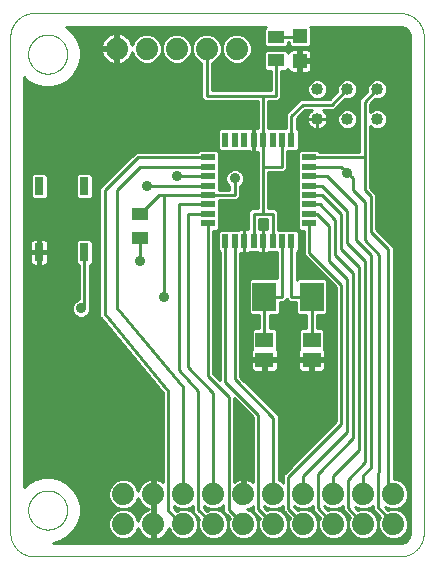
<source format=gtl>
G75*
%MOIN*%
%OFA0B0*%
%FSLAX25Y25*%
%IPPOS*%
%LPD*%
%AMOC8*
5,1,8,0,0,1.08239X$1,22.5*
%
%ADD10C,0.00000*%
%ADD11C,0.07400*%
%ADD12C,0.04000*%
%ADD13R,0.05512X0.04331*%
%ADD14R,0.04724X0.04724*%
%ADD15R,0.03000X0.06000*%
%ADD16R,0.02200X0.05000*%
%ADD17R,0.05000X0.02200*%
%ADD18R,0.07874X0.09449*%
%ADD19R,0.05906X0.05118*%
%ADD20C,0.01000*%
%ADD21C,0.03569*%
D10*
X0001500Y0009374D02*
X0001500Y0174728D01*
X0001502Y0174918D01*
X0001509Y0175108D01*
X0001521Y0175298D01*
X0001537Y0175488D01*
X0001557Y0175677D01*
X0001583Y0175866D01*
X0001612Y0176054D01*
X0001647Y0176241D01*
X0001686Y0176427D01*
X0001729Y0176612D01*
X0001777Y0176797D01*
X0001829Y0176980D01*
X0001885Y0177161D01*
X0001946Y0177341D01*
X0002012Y0177520D01*
X0002081Y0177697D01*
X0002155Y0177873D01*
X0002233Y0178046D01*
X0002316Y0178218D01*
X0002402Y0178387D01*
X0002492Y0178555D01*
X0002587Y0178720D01*
X0002685Y0178883D01*
X0002788Y0179043D01*
X0002894Y0179201D01*
X0003004Y0179356D01*
X0003117Y0179509D01*
X0003235Y0179659D01*
X0003356Y0179805D01*
X0003480Y0179949D01*
X0003608Y0180090D01*
X0003739Y0180228D01*
X0003874Y0180363D01*
X0004012Y0180494D01*
X0004153Y0180622D01*
X0004297Y0180746D01*
X0004443Y0180867D01*
X0004593Y0180985D01*
X0004746Y0181098D01*
X0004901Y0181208D01*
X0005059Y0181314D01*
X0005219Y0181417D01*
X0005382Y0181515D01*
X0005547Y0181610D01*
X0005715Y0181700D01*
X0005884Y0181786D01*
X0006056Y0181869D01*
X0006229Y0181947D01*
X0006405Y0182021D01*
X0006582Y0182090D01*
X0006761Y0182156D01*
X0006941Y0182217D01*
X0007122Y0182273D01*
X0007305Y0182325D01*
X0007490Y0182373D01*
X0007675Y0182416D01*
X0007861Y0182455D01*
X0008048Y0182490D01*
X0008236Y0182519D01*
X0008425Y0182545D01*
X0008614Y0182565D01*
X0008804Y0182581D01*
X0008994Y0182593D01*
X0009184Y0182600D01*
X0009374Y0182602D01*
X0131421Y0182602D01*
X0131611Y0182600D01*
X0131801Y0182593D01*
X0131991Y0182581D01*
X0132181Y0182565D01*
X0132370Y0182545D01*
X0132559Y0182519D01*
X0132747Y0182490D01*
X0132934Y0182455D01*
X0133120Y0182416D01*
X0133305Y0182373D01*
X0133490Y0182325D01*
X0133673Y0182273D01*
X0133854Y0182217D01*
X0134034Y0182156D01*
X0134213Y0182090D01*
X0134390Y0182021D01*
X0134566Y0181947D01*
X0134739Y0181869D01*
X0134911Y0181786D01*
X0135080Y0181700D01*
X0135248Y0181610D01*
X0135413Y0181515D01*
X0135576Y0181417D01*
X0135736Y0181314D01*
X0135894Y0181208D01*
X0136049Y0181098D01*
X0136202Y0180985D01*
X0136352Y0180867D01*
X0136498Y0180746D01*
X0136642Y0180622D01*
X0136783Y0180494D01*
X0136921Y0180363D01*
X0137056Y0180228D01*
X0137187Y0180090D01*
X0137315Y0179949D01*
X0137439Y0179805D01*
X0137560Y0179659D01*
X0137678Y0179509D01*
X0137791Y0179356D01*
X0137901Y0179201D01*
X0138007Y0179043D01*
X0138110Y0178883D01*
X0138208Y0178720D01*
X0138303Y0178555D01*
X0138393Y0178387D01*
X0138479Y0178218D01*
X0138562Y0178046D01*
X0138640Y0177873D01*
X0138714Y0177697D01*
X0138783Y0177520D01*
X0138849Y0177341D01*
X0138910Y0177161D01*
X0138966Y0176980D01*
X0139018Y0176797D01*
X0139066Y0176612D01*
X0139109Y0176427D01*
X0139148Y0176241D01*
X0139183Y0176054D01*
X0139212Y0175866D01*
X0139238Y0175677D01*
X0139258Y0175488D01*
X0139274Y0175298D01*
X0139286Y0175108D01*
X0139293Y0174918D01*
X0139295Y0174728D01*
X0139295Y0009374D01*
X0139293Y0009184D01*
X0139286Y0008994D01*
X0139274Y0008804D01*
X0139258Y0008614D01*
X0139238Y0008425D01*
X0139212Y0008236D01*
X0139183Y0008048D01*
X0139148Y0007861D01*
X0139109Y0007675D01*
X0139066Y0007490D01*
X0139018Y0007305D01*
X0138966Y0007122D01*
X0138910Y0006941D01*
X0138849Y0006761D01*
X0138783Y0006582D01*
X0138714Y0006405D01*
X0138640Y0006229D01*
X0138562Y0006056D01*
X0138479Y0005884D01*
X0138393Y0005715D01*
X0138303Y0005547D01*
X0138208Y0005382D01*
X0138110Y0005219D01*
X0138007Y0005059D01*
X0137901Y0004901D01*
X0137791Y0004746D01*
X0137678Y0004593D01*
X0137560Y0004443D01*
X0137439Y0004297D01*
X0137315Y0004153D01*
X0137187Y0004012D01*
X0137056Y0003874D01*
X0136921Y0003739D01*
X0136783Y0003608D01*
X0136642Y0003480D01*
X0136498Y0003356D01*
X0136352Y0003235D01*
X0136202Y0003117D01*
X0136049Y0003004D01*
X0135894Y0002894D01*
X0135736Y0002788D01*
X0135576Y0002685D01*
X0135413Y0002587D01*
X0135248Y0002492D01*
X0135080Y0002402D01*
X0134911Y0002316D01*
X0134739Y0002233D01*
X0134566Y0002155D01*
X0134390Y0002081D01*
X0134213Y0002012D01*
X0134034Y0001946D01*
X0133854Y0001885D01*
X0133673Y0001829D01*
X0133490Y0001777D01*
X0133305Y0001729D01*
X0133120Y0001686D01*
X0132934Y0001647D01*
X0132747Y0001612D01*
X0132559Y0001583D01*
X0132370Y0001557D01*
X0132181Y0001537D01*
X0131991Y0001521D01*
X0131801Y0001509D01*
X0131611Y0001502D01*
X0131421Y0001500D01*
X0009374Y0001500D01*
X0009184Y0001502D01*
X0008994Y0001509D01*
X0008804Y0001521D01*
X0008614Y0001537D01*
X0008425Y0001557D01*
X0008236Y0001583D01*
X0008048Y0001612D01*
X0007861Y0001647D01*
X0007675Y0001686D01*
X0007490Y0001729D01*
X0007305Y0001777D01*
X0007122Y0001829D01*
X0006941Y0001885D01*
X0006761Y0001946D01*
X0006582Y0002012D01*
X0006405Y0002081D01*
X0006229Y0002155D01*
X0006056Y0002233D01*
X0005884Y0002316D01*
X0005715Y0002402D01*
X0005547Y0002492D01*
X0005382Y0002587D01*
X0005219Y0002685D01*
X0005059Y0002788D01*
X0004901Y0002894D01*
X0004746Y0003004D01*
X0004593Y0003117D01*
X0004443Y0003235D01*
X0004297Y0003356D01*
X0004153Y0003480D01*
X0004012Y0003608D01*
X0003874Y0003739D01*
X0003739Y0003874D01*
X0003608Y0004012D01*
X0003480Y0004153D01*
X0003356Y0004297D01*
X0003235Y0004443D01*
X0003117Y0004593D01*
X0003004Y0004746D01*
X0002894Y0004901D01*
X0002788Y0005059D01*
X0002685Y0005219D01*
X0002587Y0005382D01*
X0002492Y0005547D01*
X0002402Y0005715D01*
X0002316Y0005884D01*
X0002233Y0006056D01*
X0002155Y0006229D01*
X0002081Y0006405D01*
X0002012Y0006582D01*
X0001946Y0006761D01*
X0001885Y0006941D01*
X0001829Y0007122D01*
X0001777Y0007305D01*
X0001729Y0007490D01*
X0001686Y0007675D01*
X0001647Y0007861D01*
X0001612Y0008048D01*
X0001583Y0008236D01*
X0001557Y0008425D01*
X0001537Y0008614D01*
X0001521Y0008804D01*
X0001509Y0008994D01*
X0001502Y0009184D01*
X0001500Y0009374D01*
X0007441Y0016953D02*
X0007443Y0017114D01*
X0007449Y0017274D01*
X0007459Y0017435D01*
X0007473Y0017595D01*
X0007491Y0017755D01*
X0007512Y0017914D01*
X0007538Y0018073D01*
X0007568Y0018231D01*
X0007601Y0018388D01*
X0007639Y0018545D01*
X0007680Y0018700D01*
X0007725Y0018854D01*
X0007774Y0019007D01*
X0007827Y0019159D01*
X0007883Y0019310D01*
X0007944Y0019459D01*
X0008007Y0019607D01*
X0008075Y0019753D01*
X0008146Y0019897D01*
X0008220Y0020039D01*
X0008298Y0020180D01*
X0008380Y0020318D01*
X0008465Y0020455D01*
X0008553Y0020589D01*
X0008645Y0020721D01*
X0008740Y0020851D01*
X0008838Y0020979D01*
X0008939Y0021104D01*
X0009043Y0021226D01*
X0009150Y0021346D01*
X0009260Y0021463D01*
X0009373Y0021578D01*
X0009489Y0021689D01*
X0009608Y0021798D01*
X0009729Y0021903D01*
X0009853Y0022006D01*
X0009979Y0022106D01*
X0010107Y0022202D01*
X0010238Y0022295D01*
X0010372Y0022385D01*
X0010507Y0022472D01*
X0010645Y0022555D01*
X0010784Y0022635D01*
X0010926Y0022711D01*
X0011069Y0022784D01*
X0011214Y0022853D01*
X0011361Y0022919D01*
X0011509Y0022981D01*
X0011659Y0023039D01*
X0011810Y0023094D01*
X0011963Y0023145D01*
X0012117Y0023192D01*
X0012272Y0023235D01*
X0012428Y0023274D01*
X0012584Y0023310D01*
X0012742Y0023341D01*
X0012900Y0023369D01*
X0013059Y0023393D01*
X0013219Y0023413D01*
X0013379Y0023429D01*
X0013539Y0023441D01*
X0013700Y0023449D01*
X0013861Y0023453D01*
X0014021Y0023453D01*
X0014182Y0023449D01*
X0014343Y0023441D01*
X0014503Y0023429D01*
X0014663Y0023413D01*
X0014823Y0023393D01*
X0014982Y0023369D01*
X0015140Y0023341D01*
X0015298Y0023310D01*
X0015454Y0023274D01*
X0015610Y0023235D01*
X0015765Y0023192D01*
X0015919Y0023145D01*
X0016072Y0023094D01*
X0016223Y0023039D01*
X0016373Y0022981D01*
X0016521Y0022919D01*
X0016668Y0022853D01*
X0016813Y0022784D01*
X0016956Y0022711D01*
X0017098Y0022635D01*
X0017237Y0022555D01*
X0017375Y0022472D01*
X0017510Y0022385D01*
X0017644Y0022295D01*
X0017775Y0022202D01*
X0017903Y0022106D01*
X0018029Y0022006D01*
X0018153Y0021903D01*
X0018274Y0021798D01*
X0018393Y0021689D01*
X0018509Y0021578D01*
X0018622Y0021463D01*
X0018732Y0021346D01*
X0018839Y0021226D01*
X0018943Y0021104D01*
X0019044Y0020979D01*
X0019142Y0020851D01*
X0019237Y0020721D01*
X0019329Y0020589D01*
X0019417Y0020455D01*
X0019502Y0020318D01*
X0019584Y0020180D01*
X0019662Y0020039D01*
X0019736Y0019897D01*
X0019807Y0019753D01*
X0019875Y0019607D01*
X0019938Y0019459D01*
X0019999Y0019310D01*
X0020055Y0019159D01*
X0020108Y0019007D01*
X0020157Y0018854D01*
X0020202Y0018700D01*
X0020243Y0018545D01*
X0020281Y0018388D01*
X0020314Y0018231D01*
X0020344Y0018073D01*
X0020370Y0017914D01*
X0020391Y0017755D01*
X0020409Y0017595D01*
X0020423Y0017435D01*
X0020433Y0017274D01*
X0020439Y0017114D01*
X0020441Y0016953D01*
X0020439Y0016792D01*
X0020433Y0016632D01*
X0020423Y0016471D01*
X0020409Y0016311D01*
X0020391Y0016151D01*
X0020370Y0015992D01*
X0020344Y0015833D01*
X0020314Y0015675D01*
X0020281Y0015518D01*
X0020243Y0015361D01*
X0020202Y0015206D01*
X0020157Y0015052D01*
X0020108Y0014899D01*
X0020055Y0014747D01*
X0019999Y0014596D01*
X0019938Y0014447D01*
X0019875Y0014299D01*
X0019807Y0014153D01*
X0019736Y0014009D01*
X0019662Y0013867D01*
X0019584Y0013726D01*
X0019502Y0013588D01*
X0019417Y0013451D01*
X0019329Y0013317D01*
X0019237Y0013185D01*
X0019142Y0013055D01*
X0019044Y0012927D01*
X0018943Y0012802D01*
X0018839Y0012680D01*
X0018732Y0012560D01*
X0018622Y0012443D01*
X0018509Y0012328D01*
X0018393Y0012217D01*
X0018274Y0012108D01*
X0018153Y0012003D01*
X0018029Y0011900D01*
X0017903Y0011800D01*
X0017775Y0011704D01*
X0017644Y0011611D01*
X0017510Y0011521D01*
X0017375Y0011434D01*
X0017237Y0011351D01*
X0017098Y0011271D01*
X0016956Y0011195D01*
X0016813Y0011122D01*
X0016668Y0011053D01*
X0016521Y0010987D01*
X0016373Y0010925D01*
X0016223Y0010867D01*
X0016072Y0010812D01*
X0015919Y0010761D01*
X0015765Y0010714D01*
X0015610Y0010671D01*
X0015454Y0010632D01*
X0015298Y0010596D01*
X0015140Y0010565D01*
X0014982Y0010537D01*
X0014823Y0010513D01*
X0014663Y0010493D01*
X0014503Y0010477D01*
X0014343Y0010465D01*
X0014182Y0010457D01*
X0014021Y0010453D01*
X0013861Y0010453D01*
X0013700Y0010457D01*
X0013539Y0010465D01*
X0013379Y0010477D01*
X0013219Y0010493D01*
X0013059Y0010513D01*
X0012900Y0010537D01*
X0012742Y0010565D01*
X0012584Y0010596D01*
X0012428Y0010632D01*
X0012272Y0010671D01*
X0012117Y0010714D01*
X0011963Y0010761D01*
X0011810Y0010812D01*
X0011659Y0010867D01*
X0011509Y0010925D01*
X0011361Y0010987D01*
X0011214Y0011053D01*
X0011069Y0011122D01*
X0010926Y0011195D01*
X0010784Y0011271D01*
X0010645Y0011351D01*
X0010507Y0011434D01*
X0010372Y0011521D01*
X0010238Y0011611D01*
X0010107Y0011704D01*
X0009979Y0011800D01*
X0009853Y0011900D01*
X0009729Y0012003D01*
X0009608Y0012108D01*
X0009489Y0012217D01*
X0009373Y0012328D01*
X0009260Y0012443D01*
X0009150Y0012560D01*
X0009043Y0012680D01*
X0008939Y0012802D01*
X0008838Y0012927D01*
X0008740Y0013055D01*
X0008645Y0013185D01*
X0008553Y0013317D01*
X0008465Y0013451D01*
X0008380Y0013588D01*
X0008298Y0013726D01*
X0008220Y0013867D01*
X0008146Y0014009D01*
X0008075Y0014153D01*
X0008007Y0014299D01*
X0007944Y0014447D01*
X0007883Y0014596D01*
X0007827Y0014747D01*
X0007774Y0014899D01*
X0007725Y0015052D01*
X0007680Y0015206D01*
X0007639Y0015361D01*
X0007601Y0015518D01*
X0007568Y0015675D01*
X0007538Y0015833D01*
X0007512Y0015992D01*
X0007491Y0016151D01*
X0007473Y0016311D01*
X0007459Y0016471D01*
X0007449Y0016632D01*
X0007443Y0016792D01*
X0007441Y0016953D01*
X0007441Y0168921D02*
X0007443Y0169082D01*
X0007449Y0169242D01*
X0007459Y0169403D01*
X0007473Y0169563D01*
X0007491Y0169723D01*
X0007512Y0169882D01*
X0007538Y0170041D01*
X0007568Y0170199D01*
X0007601Y0170356D01*
X0007639Y0170513D01*
X0007680Y0170668D01*
X0007725Y0170822D01*
X0007774Y0170975D01*
X0007827Y0171127D01*
X0007883Y0171278D01*
X0007944Y0171427D01*
X0008007Y0171575D01*
X0008075Y0171721D01*
X0008146Y0171865D01*
X0008220Y0172007D01*
X0008298Y0172148D01*
X0008380Y0172286D01*
X0008465Y0172423D01*
X0008553Y0172557D01*
X0008645Y0172689D01*
X0008740Y0172819D01*
X0008838Y0172947D01*
X0008939Y0173072D01*
X0009043Y0173194D01*
X0009150Y0173314D01*
X0009260Y0173431D01*
X0009373Y0173546D01*
X0009489Y0173657D01*
X0009608Y0173766D01*
X0009729Y0173871D01*
X0009853Y0173974D01*
X0009979Y0174074D01*
X0010107Y0174170D01*
X0010238Y0174263D01*
X0010372Y0174353D01*
X0010507Y0174440D01*
X0010645Y0174523D01*
X0010784Y0174603D01*
X0010926Y0174679D01*
X0011069Y0174752D01*
X0011214Y0174821D01*
X0011361Y0174887D01*
X0011509Y0174949D01*
X0011659Y0175007D01*
X0011810Y0175062D01*
X0011963Y0175113D01*
X0012117Y0175160D01*
X0012272Y0175203D01*
X0012428Y0175242D01*
X0012584Y0175278D01*
X0012742Y0175309D01*
X0012900Y0175337D01*
X0013059Y0175361D01*
X0013219Y0175381D01*
X0013379Y0175397D01*
X0013539Y0175409D01*
X0013700Y0175417D01*
X0013861Y0175421D01*
X0014021Y0175421D01*
X0014182Y0175417D01*
X0014343Y0175409D01*
X0014503Y0175397D01*
X0014663Y0175381D01*
X0014823Y0175361D01*
X0014982Y0175337D01*
X0015140Y0175309D01*
X0015298Y0175278D01*
X0015454Y0175242D01*
X0015610Y0175203D01*
X0015765Y0175160D01*
X0015919Y0175113D01*
X0016072Y0175062D01*
X0016223Y0175007D01*
X0016373Y0174949D01*
X0016521Y0174887D01*
X0016668Y0174821D01*
X0016813Y0174752D01*
X0016956Y0174679D01*
X0017098Y0174603D01*
X0017237Y0174523D01*
X0017375Y0174440D01*
X0017510Y0174353D01*
X0017644Y0174263D01*
X0017775Y0174170D01*
X0017903Y0174074D01*
X0018029Y0173974D01*
X0018153Y0173871D01*
X0018274Y0173766D01*
X0018393Y0173657D01*
X0018509Y0173546D01*
X0018622Y0173431D01*
X0018732Y0173314D01*
X0018839Y0173194D01*
X0018943Y0173072D01*
X0019044Y0172947D01*
X0019142Y0172819D01*
X0019237Y0172689D01*
X0019329Y0172557D01*
X0019417Y0172423D01*
X0019502Y0172286D01*
X0019584Y0172148D01*
X0019662Y0172007D01*
X0019736Y0171865D01*
X0019807Y0171721D01*
X0019875Y0171575D01*
X0019938Y0171427D01*
X0019999Y0171278D01*
X0020055Y0171127D01*
X0020108Y0170975D01*
X0020157Y0170822D01*
X0020202Y0170668D01*
X0020243Y0170513D01*
X0020281Y0170356D01*
X0020314Y0170199D01*
X0020344Y0170041D01*
X0020370Y0169882D01*
X0020391Y0169723D01*
X0020409Y0169563D01*
X0020423Y0169403D01*
X0020433Y0169242D01*
X0020439Y0169082D01*
X0020441Y0168921D01*
X0020439Y0168760D01*
X0020433Y0168600D01*
X0020423Y0168439D01*
X0020409Y0168279D01*
X0020391Y0168119D01*
X0020370Y0167960D01*
X0020344Y0167801D01*
X0020314Y0167643D01*
X0020281Y0167486D01*
X0020243Y0167329D01*
X0020202Y0167174D01*
X0020157Y0167020D01*
X0020108Y0166867D01*
X0020055Y0166715D01*
X0019999Y0166564D01*
X0019938Y0166415D01*
X0019875Y0166267D01*
X0019807Y0166121D01*
X0019736Y0165977D01*
X0019662Y0165835D01*
X0019584Y0165694D01*
X0019502Y0165556D01*
X0019417Y0165419D01*
X0019329Y0165285D01*
X0019237Y0165153D01*
X0019142Y0165023D01*
X0019044Y0164895D01*
X0018943Y0164770D01*
X0018839Y0164648D01*
X0018732Y0164528D01*
X0018622Y0164411D01*
X0018509Y0164296D01*
X0018393Y0164185D01*
X0018274Y0164076D01*
X0018153Y0163971D01*
X0018029Y0163868D01*
X0017903Y0163768D01*
X0017775Y0163672D01*
X0017644Y0163579D01*
X0017510Y0163489D01*
X0017375Y0163402D01*
X0017237Y0163319D01*
X0017098Y0163239D01*
X0016956Y0163163D01*
X0016813Y0163090D01*
X0016668Y0163021D01*
X0016521Y0162955D01*
X0016373Y0162893D01*
X0016223Y0162835D01*
X0016072Y0162780D01*
X0015919Y0162729D01*
X0015765Y0162682D01*
X0015610Y0162639D01*
X0015454Y0162600D01*
X0015298Y0162564D01*
X0015140Y0162533D01*
X0014982Y0162505D01*
X0014823Y0162481D01*
X0014663Y0162461D01*
X0014503Y0162445D01*
X0014343Y0162433D01*
X0014182Y0162425D01*
X0014021Y0162421D01*
X0013861Y0162421D01*
X0013700Y0162425D01*
X0013539Y0162433D01*
X0013379Y0162445D01*
X0013219Y0162461D01*
X0013059Y0162481D01*
X0012900Y0162505D01*
X0012742Y0162533D01*
X0012584Y0162564D01*
X0012428Y0162600D01*
X0012272Y0162639D01*
X0012117Y0162682D01*
X0011963Y0162729D01*
X0011810Y0162780D01*
X0011659Y0162835D01*
X0011509Y0162893D01*
X0011361Y0162955D01*
X0011214Y0163021D01*
X0011069Y0163090D01*
X0010926Y0163163D01*
X0010784Y0163239D01*
X0010645Y0163319D01*
X0010507Y0163402D01*
X0010372Y0163489D01*
X0010238Y0163579D01*
X0010107Y0163672D01*
X0009979Y0163768D01*
X0009853Y0163868D01*
X0009729Y0163971D01*
X0009608Y0164076D01*
X0009489Y0164185D01*
X0009373Y0164296D01*
X0009260Y0164411D01*
X0009150Y0164528D01*
X0009043Y0164648D01*
X0008939Y0164770D01*
X0008838Y0164895D01*
X0008740Y0165023D01*
X0008645Y0165153D01*
X0008553Y0165285D01*
X0008465Y0165419D01*
X0008380Y0165556D01*
X0008298Y0165694D01*
X0008220Y0165835D01*
X0008146Y0165977D01*
X0008075Y0166121D01*
X0008007Y0166267D01*
X0007944Y0166415D01*
X0007883Y0166564D01*
X0007827Y0166715D01*
X0007774Y0166867D01*
X0007725Y0167020D01*
X0007680Y0167174D01*
X0007639Y0167329D01*
X0007601Y0167486D01*
X0007568Y0167643D01*
X0007538Y0167801D01*
X0007512Y0167960D01*
X0007491Y0168119D01*
X0007473Y0168279D01*
X0007459Y0168439D01*
X0007449Y0168600D01*
X0007443Y0168760D01*
X0007441Y0168921D01*
D11*
X0036933Y0170791D03*
X0046933Y0170791D03*
X0056933Y0170791D03*
X0066933Y0170791D03*
X0076933Y0170791D03*
X0079177Y0022248D03*
X0079177Y0012248D03*
X0069177Y0012248D03*
X0069177Y0022248D03*
X0059177Y0022248D03*
X0059177Y0012248D03*
X0049177Y0012248D03*
X0049177Y0022248D03*
X0039177Y0022248D03*
X0039177Y0012248D03*
X0089177Y0012248D03*
X0089177Y0022248D03*
X0099177Y0022248D03*
X0099177Y0012248D03*
X0109177Y0012248D03*
X0109177Y0022248D03*
X0119177Y0022248D03*
X0119177Y0012248D03*
X0129177Y0012248D03*
X0129177Y0022248D03*
D12*
X0123823Y0147248D03*
X0123823Y0157248D03*
X0113823Y0157248D03*
X0113823Y0147248D03*
X0103823Y0147248D03*
X0103823Y0157248D03*
D13*
X0090083Y0166854D03*
X0090083Y0174728D03*
X0044807Y0115673D03*
X0044807Y0107799D03*
D14*
X0097957Y0166657D03*
X0097957Y0174925D03*
D15*
X0026087Y0124902D03*
X0011087Y0124902D03*
X0011087Y0102902D03*
X0026087Y0102902D03*
D16*
X0073154Y0106647D03*
X0076303Y0106647D03*
X0079453Y0106647D03*
X0082602Y0106647D03*
X0085752Y0106647D03*
X0088902Y0106647D03*
X0092051Y0106647D03*
X0095201Y0106647D03*
X0095201Y0140447D03*
X0092051Y0140447D03*
X0088902Y0140447D03*
X0085752Y0140447D03*
X0082602Y0140447D03*
X0079453Y0140447D03*
X0076303Y0140447D03*
X0073154Y0140447D03*
D17*
X0067277Y0134571D03*
X0067277Y0131421D03*
X0067277Y0128272D03*
X0067277Y0125122D03*
X0067277Y0121972D03*
X0067277Y0118823D03*
X0067277Y0115673D03*
X0067277Y0112524D03*
X0101077Y0112524D03*
X0101077Y0115673D03*
X0101077Y0118823D03*
X0101077Y0121972D03*
X0101077Y0125122D03*
X0101077Y0128272D03*
X0101077Y0131421D03*
X0101077Y0134571D03*
D18*
X0101894Y0088114D03*
X0086146Y0088114D03*
D19*
X0086146Y0073744D03*
X0086146Y0067051D03*
X0101894Y0067051D03*
X0101894Y0073744D03*
D20*
X0101894Y0088114D01*
X0095201Y0088114D01*
X0095201Y0106647D01*
X0097601Y0106344D02*
X0099277Y0106344D01*
X0099277Y0107342D02*
X0097601Y0107342D01*
X0097601Y0108341D02*
X0099277Y0108341D01*
X0099277Y0109339D02*
X0097601Y0109339D01*
X0097601Y0109686D02*
X0096839Y0110447D01*
X0090702Y0110447D01*
X0090702Y0116419D01*
X0089647Y0117473D01*
X0087552Y0117473D01*
X0087552Y0129621D01*
X0092797Y0129621D01*
X0093851Y0130676D01*
X0093851Y0136647D01*
X0096839Y0136647D01*
X0097601Y0137409D01*
X0097601Y0143486D01*
X0097001Y0144086D01*
X0097001Y0147605D01*
X0099687Y0150291D01*
X0102076Y0150291D01*
X0101592Y0149967D01*
X0101104Y0149479D01*
X0100721Y0148906D01*
X0100457Y0148269D01*
X0100323Y0147593D01*
X0100323Y0147248D01*
X0100323Y0146903D01*
X0100457Y0146227D01*
X0100721Y0145590D01*
X0101104Y0145017D01*
X0101592Y0144529D01*
X0102165Y0144146D01*
X0102802Y0143883D01*
X0103478Y0143748D01*
X0103823Y0143748D01*
X0104168Y0143748D01*
X0104844Y0143883D01*
X0105481Y0144146D01*
X0106054Y0144529D01*
X0106541Y0145017D01*
X0106924Y0145590D01*
X0107188Y0146227D01*
X0107323Y0146903D01*
X0107323Y0147248D01*
X0103823Y0147248D01*
X0103823Y0147248D01*
X0107323Y0147248D01*
X0107323Y0147593D01*
X0107188Y0148269D01*
X0106924Y0148906D01*
X0106541Y0149479D01*
X0106054Y0149967D01*
X0105569Y0150291D01*
X0109411Y0150291D01*
X0110465Y0151345D01*
X0113097Y0153977D01*
X0113166Y0153948D01*
X0114479Y0153948D01*
X0115692Y0154450D01*
X0116620Y0155379D01*
X0117123Y0156592D01*
X0117123Y0157904D01*
X0116620Y0159117D01*
X0115692Y0160046D01*
X0114479Y0160548D01*
X0113166Y0160548D01*
X0111954Y0160046D01*
X0111025Y0159117D01*
X0110523Y0157904D01*
X0110523Y0156592D01*
X0110552Y0156522D01*
X0107920Y0153891D01*
X0098195Y0153891D01*
X0094455Y0150150D01*
X0093401Y0149096D01*
X0093401Y0144247D01*
X0087552Y0144247D01*
X0087552Y0153243D01*
X0090828Y0153243D01*
X0091883Y0154298D01*
X0091883Y0163389D01*
X0093377Y0163389D01*
X0094094Y0164106D01*
X0094094Y0164098D01*
X0094197Y0163716D01*
X0094394Y0163374D01*
X0094673Y0163095D01*
X0095016Y0162898D01*
X0095397Y0162795D01*
X0097457Y0162795D01*
X0097457Y0166157D01*
X0098457Y0166157D01*
X0098457Y0162795D01*
X0100516Y0162795D01*
X0100898Y0162898D01*
X0101240Y0163095D01*
X0101519Y0163374D01*
X0101717Y0163716D01*
X0101819Y0164098D01*
X0101819Y0166157D01*
X0098457Y0166157D01*
X0098457Y0167157D01*
X0101819Y0167157D01*
X0101819Y0169217D01*
X0101717Y0169599D01*
X0101519Y0169941D01*
X0101240Y0170220D01*
X0100898Y0170417D01*
X0100516Y0170520D01*
X0098457Y0170520D01*
X0098457Y0167158D01*
X0097457Y0167158D01*
X0097457Y0170520D01*
X0095397Y0170520D01*
X0095016Y0170417D01*
X0094673Y0170220D01*
X0094394Y0169941D01*
X0094197Y0169599D01*
X0094139Y0169382D01*
X0094139Y0169558D01*
X0093377Y0170320D01*
X0086788Y0170320D01*
X0086027Y0169558D01*
X0086027Y0164150D01*
X0086788Y0163389D01*
X0088283Y0163389D01*
X0088283Y0156843D01*
X0068733Y0156843D01*
X0068733Y0166125D01*
X0069765Y0166553D01*
X0071172Y0167959D01*
X0071933Y0169797D01*
X0072694Y0167959D01*
X0074101Y0166553D01*
X0075938Y0165791D01*
X0077928Y0165791D01*
X0079765Y0166553D01*
X0081172Y0167959D01*
X0081933Y0169797D01*
X0081933Y0171786D01*
X0081172Y0173624D01*
X0079765Y0175030D01*
X0077928Y0175791D01*
X0075938Y0175791D01*
X0074101Y0175030D01*
X0072694Y0173624D01*
X0071933Y0171786D01*
X0071172Y0173624D01*
X0069765Y0175030D01*
X0067928Y0175791D01*
X0065938Y0175791D01*
X0064101Y0175030D01*
X0062694Y0173624D01*
X0061933Y0171786D01*
X0061172Y0173624D01*
X0059765Y0175030D01*
X0057928Y0175791D01*
X0055938Y0175791D01*
X0054101Y0175030D01*
X0052694Y0173624D01*
X0051933Y0171786D01*
X0051172Y0173624D01*
X0049765Y0175030D01*
X0047928Y0175791D01*
X0045938Y0175791D01*
X0044101Y0175030D01*
X0042694Y0173624D01*
X0042011Y0171973D01*
X0042005Y0172009D01*
X0041752Y0172787D01*
X0041380Y0173517D01*
X0040899Y0174179D01*
X0040321Y0174758D01*
X0039658Y0175239D01*
X0038929Y0175610D01*
X0038151Y0175863D01*
X0037433Y0175977D01*
X0037433Y0171291D01*
X0036433Y0171291D01*
X0036433Y0170291D01*
X0037433Y0170291D01*
X0037433Y0165606D01*
X0038151Y0165719D01*
X0038929Y0165972D01*
X0039658Y0166344D01*
X0040321Y0166825D01*
X0040899Y0167404D01*
X0041380Y0168066D01*
X0041752Y0168795D01*
X0042005Y0169574D01*
X0042011Y0169609D01*
X0042694Y0167959D01*
X0044101Y0166553D01*
X0045938Y0165791D01*
X0047928Y0165791D01*
X0049765Y0166553D01*
X0051172Y0167959D01*
X0051933Y0169797D01*
X0052694Y0167959D01*
X0054101Y0166553D01*
X0055938Y0165791D01*
X0057928Y0165791D01*
X0059765Y0166553D01*
X0061172Y0167959D01*
X0061933Y0169797D01*
X0061933Y0171786D01*
X0061933Y0169797D01*
X0062694Y0167959D01*
X0064101Y0166553D01*
X0065133Y0166125D01*
X0065133Y0154298D01*
X0066187Y0153243D01*
X0083952Y0153243D01*
X0083952Y0144433D01*
X0083900Y0144447D01*
X0082652Y0144447D01*
X0082652Y0140497D01*
X0082552Y0140497D01*
X0082552Y0144447D01*
X0081305Y0144447D01*
X0080923Y0144345D01*
X0080754Y0144247D01*
X0071515Y0144247D01*
X0070754Y0143486D01*
X0070754Y0137409D01*
X0071515Y0136647D01*
X0080754Y0136647D01*
X0080923Y0136549D01*
X0081305Y0136447D01*
X0082552Y0136447D01*
X0082552Y0140397D01*
X0082652Y0140397D01*
X0082652Y0136447D01*
X0083900Y0136447D01*
X0083952Y0136461D01*
X0083952Y0117473D01*
X0081857Y0117473D01*
X0080802Y0116419D01*
X0080802Y0110633D01*
X0080750Y0110647D01*
X0079503Y0110647D01*
X0079503Y0106697D01*
X0079403Y0106697D01*
X0079403Y0110647D01*
X0078155Y0110647D01*
X0077774Y0110545D01*
X0077604Y0110447D01*
X0071515Y0110447D01*
X0070754Y0109686D01*
X0070754Y0103609D01*
X0071354Y0103009D01*
X0071354Y0060176D01*
X0069077Y0062453D01*
X0069077Y0110124D01*
X0070316Y0110124D01*
X0071077Y0110885D01*
X0071077Y0120172D01*
X0077049Y0120172D01*
X0078103Y0121227D01*
X0078103Y0124922D01*
X0078918Y0125737D01*
X0079387Y0126871D01*
X0079387Y0128098D01*
X0078918Y0129231D01*
X0078050Y0130099D01*
X0076917Y0130568D01*
X0075690Y0130568D01*
X0074556Y0130099D01*
X0073688Y0129231D01*
X0073219Y0128098D01*
X0073219Y0126871D01*
X0073688Y0125737D01*
X0074503Y0124922D01*
X0074503Y0123772D01*
X0071077Y0123772D01*
X0071077Y0136209D01*
X0070316Y0136971D01*
X0064239Y0136971D01*
X0063639Y0136371D01*
X0043274Y0136371D01*
X0031196Y0124293D01*
X0031196Y0082293D01*
X0031135Y0081634D01*
X0031196Y0081559D01*
X0031196Y0081463D01*
X0031664Y0080995D01*
X0052417Y0055969D01*
X0052417Y0026322D01*
X0051903Y0026695D01*
X0051173Y0027067D01*
X0050395Y0027320D01*
X0049677Y0027434D01*
X0049677Y0022748D01*
X0048677Y0022748D01*
X0048677Y0027434D01*
X0047959Y0027320D01*
X0047181Y0027067D01*
X0046452Y0026695D01*
X0045790Y0026214D01*
X0045211Y0025636D01*
X0044730Y0024973D01*
X0044358Y0024244D01*
X0044105Y0023466D01*
X0044100Y0023430D01*
X0043416Y0025080D01*
X0042009Y0026487D01*
X0040172Y0027248D01*
X0038183Y0027248D01*
X0036345Y0026487D01*
X0034938Y0025080D01*
X0034177Y0023243D01*
X0034177Y0021253D01*
X0034938Y0019416D01*
X0036345Y0018009D01*
X0038183Y0017248D01*
X0036345Y0016487D01*
X0034938Y0015080D01*
X0034177Y0013243D01*
X0034177Y0011253D01*
X0034938Y0009416D01*
X0036345Y0008009D01*
X0038183Y0007248D01*
X0040172Y0007248D01*
X0042009Y0008009D01*
X0043416Y0009416D01*
X0044100Y0011066D01*
X0044105Y0011030D01*
X0044358Y0010252D01*
X0044730Y0009523D01*
X0045211Y0008860D01*
X0045790Y0008282D01*
X0046452Y0007801D01*
X0047181Y0007429D01*
X0047959Y0007176D01*
X0048677Y0007062D01*
X0048677Y0011748D01*
X0049677Y0011748D01*
X0049677Y0007062D01*
X0050395Y0007176D01*
X0051173Y0007429D01*
X0051903Y0007801D01*
X0052565Y0008282D01*
X0053143Y0008860D01*
X0053625Y0009523D01*
X0053996Y0010252D01*
X0054249Y0011030D01*
X0054255Y0011066D01*
X0054938Y0009416D01*
X0056345Y0008009D01*
X0058183Y0007248D01*
X0060172Y0007248D01*
X0062009Y0008009D01*
X0063416Y0009416D01*
X0064177Y0011253D01*
X0064177Y0013243D01*
X0064177Y0011253D01*
X0064938Y0009416D01*
X0066345Y0008009D01*
X0068183Y0007248D01*
X0070172Y0007248D01*
X0072009Y0008009D01*
X0073416Y0009416D01*
X0074177Y0011253D01*
X0074177Y0013243D01*
X0074177Y0011253D01*
X0074938Y0009416D01*
X0076345Y0008009D01*
X0078183Y0007248D01*
X0080172Y0007248D01*
X0082009Y0008009D01*
X0083416Y0009416D01*
X0084177Y0011253D01*
X0084177Y0013243D01*
X0084177Y0011253D01*
X0084938Y0009416D01*
X0086345Y0008009D01*
X0088183Y0007248D01*
X0090172Y0007248D01*
X0092009Y0008009D01*
X0093416Y0009416D01*
X0094177Y0011253D01*
X0094177Y0013243D01*
X0094177Y0011253D01*
X0094938Y0009416D01*
X0096345Y0008009D01*
X0098183Y0007248D01*
X0100172Y0007248D01*
X0102009Y0008009D01*
X0103416Y0009416D01*
X0104177Y0011253D01*
X0104177Y0013243D01*
X0104177Y0011253D01*
X0104938Y0009416D01*
X0106345Y0008009D01*
X0108183Y0007248D01*
X0110172Y0007248D01*
X0112009Y0008009D01*
X0113416Y0009416D01*
X0114177Y0011253D01*
X0114177Y0013243D01*
X0114177Y0011253D01*
X0114938Y0009416D01*
X0116345Y0008009D01*
X0118183Y0007248D01*
X0120172Y0007248D01*
X0122009Y0008009D01*
X0123416Y0009416D01*
X0124177Y0011253D01*
X0124177Y0013243D01*
X0124177Y0011253D01*
X0124938Y0009416D01*
X0126345Y0008009D01*
X0128183Y0007248D01*
X0130172Y0007248D01*
X0132009Y0008009D01*
X0133416Y0009416D01*
X0134177Y0011253D01*
X0134177Y0013243D01*
X0133416Y0015080D01*
X0132009Y0016487D01*
X0130172Y0017248D01*
X0132009Y0018009D01*
X0133416Y0019416D01*
X0134177Y0021253D01*
X0134177Y0023243D01*
X0133416Y0025080D01*
X0132009Y0026487D01*
X0130172Y0027248D01*
X0129284Y0027248D01*
X0129284Y0104608D01*
X0128230Y0105662D01*
X0123379Y0110513D01*
X0123379Y0122324D01*
X0122324Y0123379D01*
X0121410Y0124293D01*
X0121410Y0144994D01*
X0121954Y0144450D01*
X0123166Y0143948D01*
X0124479Y0143948D01*
X0125692Y0144450D01*
X0126620Y0145379D01*
X0127123Y0146592D01*
X0127123Y0147904D01*
X0126620Y0149117D01*
X0125692Y0150046D01*
X0124479Y0150548D01*
X0123166Y0150548D01*
X0121954Y0150046D01*
X0121410Y0149502D01*
X0121410Y0152290D01*
X0123097Y0153977D01*
X0123166Y0153948D01*
X0124479Y0153948D01*
X0125692Y0154450D01*
X0126620Y0155379D01*
X0127123Y0156592D01*
X0127123Y0157904D01*
X0126620Y0159117D01*
X0125692Y0160046D01*
X0124479Y0160548D01*
X0123166Y0160548D01*
X0121954Y0160046D01*
X0121025Y0159117D01*
X0120523Y0157904D01*
X0120523Y0156592D01*
X0120552Y0156522D01*
X0118865Y0154835D01*
X0117810Y0153781D01*
X0117810Y0136371D01*
X0104716Y0136371D01*
X0104116Y0136971D01*
X0098039Y0136971D01*
X0097277Y0136209D01*
X0097277Y0110885D01*
X0098039Y0110124D01*
X0099277Y0110124D01*
X0099277Y0101965D01*
X0109936Y0091306D01*
X0109936Y0046532D01*
X0092902Y0029345D01*
X0092377Y0028820D01*
X0092377Y0028816D01*
X0092374Y0028812D01*
X0092377Y0028071D01*
X0092377Y0026119D01*
X0092009Y0026487D01*
X0090977Y0026914D01*
X0090977Y0048427D01*
X0089923Y0049481D01*
X0089923Y0049481D01*
X0078103Y0061301D01*
X0078103Y0102661D01*
X0078155Y0102647D01*
X0079403Y0102647D01*
X0079403Y0106597D01*
X0079503Y0106597D01*
X0079503Y0102647D01*
X0080750Y0102647D01*
X0081132Y0102749D01*
X0081301Y0102847D01*
X0083904Y0102847D01*
X0084073Y0102749D01*
X0084454Y0102647D01*
X0085702Y0102647D01*
X0085702Y0106597D01*
X0085802Y0106597D01*
X0085802Y0102647D01*
X0087049Y0102647D01*
X0087431Y0102749D01*
X0087600Y0102847D01*
X0090251Y0102847D01*
X0090251Y0094139D01*
X0081670Y0094139D01*
X0080909Y0093377D01*
X0080909Y0082851D01*
X0081670Y0082090D01*
X0084346Y0082090D01*
X0084346Y0077603D01*
X0082654Y0077603D01*
X0081893Y0076842D01*
X0081893Y0070647D01*
X0082000Y0070539D01*
X0081993Y0070531D01*
X0081795Y0070189D01*
X0081693Y0069808D01*
X0081693Y0067551D01*
X0085646Y0067551D01*
X0085646Y0066551D01*
X0086646Y0066551D01*
X0086646Y0067551D01*
X0090598Y0067551D01*
X0090598Y0069808D01*
X0090496Y0070189D01*
X0090299Y0070531D01*
X0090291Y0070539D01*
X0090398Y0070647D01*
X0090398Y0076842D01*
X0089637Y0077603D01*
X0087946Y0077603D01*
X0087946Y0082090D01*
X0090621Y0082090D01*
X0091383Y0082851D01*
X0091383Y0086314D01*
X0092797Y0086314D01*
X0093626Y0087143D01*
X0094455Y0086314D01*
X0096657Y0086314D01*
X0096657Y0082851D01*
X0097418Y0082090D01*
X0100094Y0082090D01*
X0100094Y0077603D01*
X0098402Y0077603D01*
X0097641Y0076842D01*
X0097641Y0070647D01*
X0097748Y0070539D01*
X0097741Y0070531D01*
X0097543Y0070189D01*
X0097441Y0069808D01*
X0097441Y0067551D01*
X0101394Y0067551D01*
X0101394Y0066551D01*
X0102394Y0066551D01*
X0102394Y0067551D01*
X0106346Y0067551D01*
X0106346Y0069808D01*
X0106244Y0070189D01*
X0106047Y0070531D01*
X0106039Y0070539D01*
X0106146Y0070647D01*
X0106146Y0076842D01*
X0105385Y0077603D01*
X0103694Y0077603D01*
X0103694Y0082090D01*
X0106369Y0082090D01*
X0107131Y0082851D01*
X0107131Y0093377D01*
X0106369Y0094139D01*
X0097418Y0094139D01*
X0097001Y0093721D01*
X0097001Y0103009D01*
X0097601Y0103609D01*
X0097601Y0109686D01*
X0097825Y0110338D02*
X0096949Y0110338D01*
X0097277Y0111336D02*
X0090702Y0111336D01*
X0090702Y0112335D02*
X0097277Y0112335D01*
X0097277Y0113333D02*
X0090702Y0113333D01*
X0090702Y0114332D02*
X0097277Y0114332D01*
X0097277Y0115330D02*
X0090702Y0115330D01*
X0090702Y0116329D02*
X0097277Y0116329D01*
X0097277Y0117327D02*
X0089793Y0117327D01*
X0088902Y0115673D02*
X0085752Y0115673D01*
X0082602Y0115673D01*
X0082602Y0106647D01*
X0085702Y0106697D02*
X0085702Y0110647D01*
X0084454Y0110647D01*
X0084402Y0110633D01*
X0084402Y0113873D01*
X0087102Y0113873D01*
X0087102Y0110633D01*
X0087049Y0110647D01*
X0085802Y0110647D01*
X0085802Y0106697D01*
X0085702Y0106697D01*
X0085702Y0106344D02*
X0085802Y0106344D01*
X0085802Y0107342D02*
X0085702Y0107342D01*
X0085702Y0108341D02*
X0085802Y0108341D01*
X0085802Y0109339D02*
X0085702Y0109339D01*
X0085702Y0110338D02*
X0085802Y0110338D01*
X0087102Y0111336D02*
X0084402Y0111336D01*
X0084402Y0112335D02*
X0087102Y0112335D01*
X0087102Y0113333D02*
X0084402Y0113333D01*
X0085752Y0115673D02*
X0085752Y0131421D01*
X0092051Y0131421D01*
X0092051Y0140447D01*
X0095201Y0140447D02*
X0095201Y0148350D01*
X0098941Y0152091D01*
X0108665Y0152091D01*
X0113823Y0157248D01*
X0110523Y0157268D02*
X0107123Y0157268D01*
X0107123Y0157904D02*
X0106620Y0159117D01*
X0105692Y0160046D01*
X0104479Y0160548D01*
X0103166Y0160548D01*
X0101954Y0160046D01*
X0101025Y0159117D01*
X0100523Y0157904D01*
X0100523Y0156592D01*
X0101025Y0155379D01*
X0101954Y0154450D01*
X0103166Y0153948D01*
X0104479Y0153948D01*
X0105692Y0154450D01*
X0106620Y0155379D01*
X0107123Y0156592D01*
X0107123Y0157904D01*
X0106973Y0158266D02*
X0110673Y0158266D01*
X0111173Y0159265D02*
X0106473Y0159265D01*
X0105167Y0160263D02*
X0112479Y0160263D01*
X0115167Y0160263D02*
X0122479Y0160263D01*
X0121173Y0159265D02*
X0116473Y0159265D01*
X0116973Y0158266D02*
X0120673Y0158266D01*
X0120523Y0157268D02*
X0117123Y0157268D01*
X0116989Y0156269D02*
X0120298Y0156269D01*
X0119300Y0155271D02*
X0116512Y0155271D01*
X0115262Y0154272D02*
X0118301Y0154272D01*
X0117810Y0153274D02*
X0112394Y0153274D01*
X0111396Y0152275D02*
X0117810Y0152275D01*
X0117810Y0151277D02*
X0110397Y0151277D01*
X0111954Y0150046D02*
X0111025Y0149117D01*
X0110523Y0147904D01*
X0110523Y0146592D01*
X0111025Y0145379D01*
X0111954Y0144450D01*
X0113166Y0143948D01*
X0114479Y0143948D01*
X0115692Y0144450D01*
X0116620Y0145379D01*
X0117123Y0146592D01*
X0117123Y0147904D01*
X0116620Y0149117D01*
X0115692Y0150046D01*
X0114479Y0150548D01*
X0113166Y0150548D01*
X0111954Y0150046D01*
X0112515Y0150278D02*
X0105588Y0150278D01*
X0106675Y0149280D02*
X0111188Y0149280D01*
X0110679Y0148281D02*
X0107183Y0148281D01*
X0107323Y0147283D02*
X0110523Y0147283D01*
X0110650Y0146284D02*
X0107200Y0146284D01*
X0106721Y0145286D02*
X0111118Y0145286D01*
X0112348Y0144287D02*
X0105691Y0144287D01*
X0103823Y0144287D02*
X0103823Y0144287D01*
X0103823Y0143748D02*
X0103823Y0147248D01*
X0103823Y0147248D01*
X0103823Y0143748D01*
X0103823Y0145286D02*
X0103823Y0145286D01*
X0103823Y0146284D02*
X0103823Y0146284D01*
X0103823Y0147248D02*
X0100323Y0147248D01*
X0103823Y0147248D01*
X0103823Y0147248D01*
X0101954Y0144287D02*
X0097001Y0144287D01*
X0097001Y0145286D02*
X0100925Y0145286D01*
X0100446Y0146284D02*
X0097001Y0146284D01*
X0097001Y0147283D02*
X0100323Y0147283D01*
X0100462Y0148281D02*
X0097677Y0148281D01*
X0098676Y0149280D02*
X0100971Y0149280D01*
X0102058Y0150278D02*
X0099674Y0150278D01*
X0097579Y0153274D02*
X0090859Y0153274D01*
X0091857Y0154272D02*
X0102384Y0154272D01*
X0101133Y0155271D02*
X0091883Y0155271D01*
X0091883Y0156269D02*
X0100656Y0156269D01*
X0100523Y0157268D02*
X0091883Y0157268D01*
X0091883Y0158266D02*
X0100673Y0158266D01*
X0101173Y0159265D02*
X0091883Y0159265D01*
X0091883Y0160263D02*
X0102479Y0160263D01*
X0101404Y0163259D02*
X0134795Y0163259D01*
X0134795Y0164257D02*
X0101819Y0164257D01*
X0101819Y0165256D02*
X0134795Y0165256D01*
X0134795Y0166254D02*
X0098457Y0166254D01*
X0098457Y0165256D02*
X0097457Y0165256D01*
X0097457Y0164257D02*
X0098457Y0164257D01*
X0098457Y0163259D02*
X0097457Y0163259D01*
X0094510Y0163259D02*
X0091883Y0163259D01*
X0091883Y0162260D02*
X0134795Y0162260D01*
X0134795Y0161262D02*
X0091883Y0161262D01*
X0088283Y0161262D02*
X0068733Y0161262D01*
X0068733Y0162260D02*
X0088283Y0162260D01*
X0088283Y0163259D02*
X0068733Y0163259D01*
X0068733Y0164257D02*
X0086027Y0164257D01*
X0086027Y0165256D02*
X0068733Y0165256D01*
X0069045Y0166254D02*
X0074821Y0166254D01*
X0073400Y0167253D02*
X0070466Y0167253D01*
X0071293Y0168251D02*
X0072573Y0168251D01*
X0072160Y0169250D02*
X0071707Y0169250D01*
X0071933Y0169797D02*
X0071933Y0171786D01*
X0071933Y0169797D01*
X0071933Y0170248D02*
X0071933Y0170248D01*
X0071933Y0171247D02*
X0071933Y0171247D01*
X0071743Y0172245D02*
X0072123Y0172245D01*
X0072537Y0173244D02*
X0071329Y0173244D01*
X0070553Y0174242D02*
X0073313Y0174242D01*
X0074610Y0175241D02*
X0069256Y0175241D01*
X0066933Y0170791D02*
X0066933Y0155043D01*
X0085752Y0155043D01*
X0090083Y0155043D01*
X0090083Y0166854D01*
X0086027Y0167253D02*
X0080466Y0167253D01*
X0081293Y0168251D02*
X0086027Y0168251D01*
X0086027Y0169250D02*
X0081707Y0169250D01*
X0081933Y0170248D02*
X0086717Y0170248D01*
X0086788Y0171263D02*
X0093377Y0171263D01*
X0094139Y0172025D01*
X0094139Y0172928D01*
X0094294Y0172928D01*
X0094294Y0172025D01*
X0095056Y0171263D01*
X0100857Y0171263D01*
X0101619Y0172025D01*
X0101619Y0177826D01*
X0101342Y0178102D01*
X0131421Y0178102D01*
X0131949Y0178061D01*
X0132953Y0177735D01*
X0133807Y0177114D01*
X0134428Y0176260D01*
X0134754Y0175256D01*
X0134795Y0174728D01*
X0134795Y0009374D01*
X0134754Y0008846D01*
X0134428Y0007842D01*
X0133807Y0006988D01*
X0132953Y0006368D01*
X0131949Y0006042D01*
X0131421Y0006000D01*
X0015565Y0006000D01*
X0018187Y0006702D01*
X0020695Y0008151D01*
X0022743Y0010199D01*
X0024191Y0012707D01*
X0024941Y0015505D01*
X0024941Y0018401D01*
X0024191Y0021199D01*
X0022743Y0023707D01*
X0020695Y0025755D01*
X0018187Y0027203D01*
X0015389Y0027953D01*
X0012493Y0027953D01*
X0009695Y0027203D01*
X0007187Y0025755D01*
X0006000Y0024568D01*
X0006000Y0161306D01*
X0007187Y0160119D01*
X0009695Y0158671D01*
X0012493Y0157921D01*
X0015389Y0157921D01*
X0018187Y0158671D01*
X0020695Y0160119D01*
X0022743Y0162167D01*
X0024191Y0164675D01*
X0024941Y0167473D01*
X0024941Y0170369D01*
X0024191Y0173167D01*
X0022743Y0175675D01*
X0020695Y0177723D01*
X0020039Y0178102D01*
X0086697Y0178102D01*
X0086027Y0177432D01*
X0086027Y0172025D01*
X0086788Y0171263D01*
X0086027Y0172245D02*
X0081743Y0172245D01*
X0081933Y0171247D02*
X0134795Y0171247D01*
X0134795Y0172245D02*
X0101619Y0172245D01*
X0101619Y0173244D02*
X0134795Y0173244D01*
X0134795Y0174242D02*
X0101619Y0174242D01*
X0101619Y0175241D02*
X0134755Y0175241D01*
X0134434Y0176239D02*
X0101619Y0176239D01*
X0101619Y0177238D02*
X0133637Y0177238D01*
X0134795Y0170248D02*
X0101191Y0170248D01*
X0101810Y0169250D02*
X0134795Y0169250D01*
X0134795Y0168251D02*
X0101819Y0168251D01*
X0101819Y0167253D02*
X0134795Y0167253D01*
X0134795Y0160263D02*
X0125167Y0160263D01*
X0126473Y0159265D02*
X0134795Y0159265D01*
X0134795Y0158266D02*
X0126973Y0158266D01*
X0127123Y0157268D02*
X0134795Y0157268D01*
X0134795Y0156269D02*
X0126989Y0156269D01*
X0126512Y0155271D02*
X0134795Y0155271D01*
X0134795Y0154272D02*
X0125262Y0154272D01*
X0122394Y0153274D02*
X0134795Y0153274D01*
X0134795Y0152275D02*
X0121410Y0152275D01*
X0121410Y0151277D02*
X0134795Y0151277D01*
X0134795Y0150278D02*
X0125131Y0150278D01*
X0126458Y0149280D02*
X0134795Y0149280D01*
X0134795Y0148281D02*
X0126967Y0148281D01*
X0127123Y0147283D02*
X0134795Y0147283D01*
X0134795Y0146284D02*
X0126995Y0146284D01*
X0126527Y0145286D02*
X0134795Y0145286D01*
X0134795Y0144287D02*
X0125298Y0144287D01*
X0122348Y0144287D02*
X0121410Y0144287D01*
X0121410Y0143289D02*
X0134795Y0143289D01*
X0134795Y0142290D02*
X0121410Y0142290D01*
X0121410Y0141292D02*
X0134795Y0141292D01*
X0134795Y0140293D02*
X0121410Y0140293D01*
X0121410Y0139295D02*
X0134795Y0139295D01*
X0134795Y0138296D02*
X0121410Y0138296D01*
X0121410Y0137298D02*
X0134795Y0137298D01*
X0134795Y0136299D02*
X0121410Y0136299D01*
X0121410Y0135301D02*
X0134795Y0135301D01*
X0134795Y0134302D02*
X0121410Y0134302D01*
X0121410Y0133303D02*
X0134795Y0133303D01*
X0134795Y0132305D02*
X0121410Y0132305D01*
X0121410Y0131306D02*
X0134795Y0131306D01*
X0134795Y0130308D02*
X0121410Y0130308D01*
X0121410Y0129309D02*
X0134795Y0129309D01*
X0134795Y0128311D02*
X0121410Y0128311D01*
X0121410Y0127312D02*
X0134795Y0127312D01*
X0134795Y0126314D02*
X0121410Y0126314D01*
X0121410Y0125315D02*
X0134795Y0125315D01*
X0134795Y0124317D02*
X0121410Y0124317D01*
X0122385Y0123318D02*
X0134795Y0123318D01*
X0134795Y0122320D02*
X0123379Y0122320D01*
X0123379Y0121321D02*
X0134795Y0121321D01*
X0134795Y0120323D02*
X0123379Y0120323D01*
X0123379Y0119324D02*
X0134795Y0119324D01*
X0134795Y0118326D02*
X0123379Y0118326D01*
X0123379Y0117327D02*
X0134795Y0117327D01*
X0134795Y0116329D02*
X0123379Y0116329D01*
X0123379Y0115330D02*
X0134795Y0115330D01*
X0134795Y0114332D02*
X0123379Y0114332D01*
X0123379Y0113333D02*
X0134795Y0113333D01*
X0134795Y0112335D02*
X0123379Y0112335D01*
X0123379Y0111336D02*
X0134795Y0111336D01*
X0134795Y0110338D02*
X0123554Y0110338D01*
X0124553Y0109339D02*
X0134795Y0109339D01*
X0134795Y0108341D02*
X0125551Y0108341D01*
X0126550Y0107342D02*
X0134795Y0107342D01*
X0134795Y0106344D02*
X0127548Y0106344D01*
X0128547Y0105345D02*
X0134795Y0105345D01*
X0134795Y0104347D02*
X0129284Y0104347D01*
X0129284Y0103348D02*
X0134795Y0103348D01*
X0134795Y0102350D02*
X0129284Y0102350D01*
X0129284Y0101351D02*
X0134795Y0101351D01*
X0134795Y0100353D02*
X0129284Y0100353D01*
X0129284Y0099354D02*
X0134795Y0099354D01*
X0134795Y0098356D02*
X0129284Y0098356D01*
X0129284Y0097357D02*
X0134795Y0097357D01*
X0134795Y0096359D02*
X0129284Y0096359D01*
X0129284Y0095360D02*
X0134795Y0095360D01*
X0134795Y0094362D02*
X0129284Y0094362D01*
X0129284Y0093363D02*
X0134795Y0093363D01*
X0134795Y0092365D02*
X0129284Y0092365D01*
X0129284Y0091366D02*
X0134795Y0091366D01*
X0134795Y0090368D02*
X0129284Y0090368D01*
X0129284Y0089369D02*
X0134795Y0089369D01*
X0134795Y0088370D02*
X0129284Y0088370D01*
X0129284Y0087372D02*
X0134795Y0087372D01*
X0134795Y0086373D02*
X0129284Y0086373D01*
X0129284Y0085375D02*
X0134795Y0085375D01*
X0134795Y0084376D02*
X0129284Y0084376D01*
X0129284Y0083378D02*
X0134795Y0083378D01*
X0134795Y0082379D02*
X0129284Y0082379D01*
X0129284Y0081381D02*
X0134795Y0081381D01*
X0134795Y0080382D02*
X0129284Y0080382D01*
X0129284Y0079384D02*
X0134795Y0079384D01*
X0134795Y0078385D02*
X0129284Y0078385D01*
X0129284Y0077387D02*
X0134795Y0077387D01*
X0134795Y0076388D02*
X0129284Y0076388D01*
X0129284Y0075390D02*
X0134795Y0075390D01*
X0134795Y0074391D02*
X0129284Y0074391D01*
X0129284Y0073393D02*
X0134795Y0073393D01*
X0134795Y0072394D02*
X0129284Y0072394D01*
X0129284Y0071396D02*
X0134795Y0071396D01*
X0134795Y0070397D02*
X0129284Y0070397D01*
X0129284Y0069399D02*
X0134795Y0069399D01*
X0134795Y0068400D02*
X0129284Y0068400D01*
X0129284Y0067402D02*
X0134795Y0067402D01*
X0134795Y0066403D02*
X0129284Y0066403D01*
X0129284Y0065405D02*
X0134795Y0065405D01*
X0134795Y0064406D02*
X0129284Y0064406D01*
X0129284Y0063408D02*
X0134795Y0063408D01*
X0134795Y0062409D02*
X0129284Y0062409D01*
X0129284Y0061411D02*
X0134795Y0061411D01*
X0134795Y0060412D02*
X0129284Y0060412D01*
X0129284Y0059414D02*
X0134795Y0059414D01*
X0134795Y0058415D02*
X0129284Y0058415D01*
X0129284Y0057417D02*
X0134795Y0057417D01*
X0134795Y0056418D02*
X0129284Y0056418D01*
X0129284Y0055420D02*
X0134795Y0055420D01*
X0134795Y0054421D02*
X0129284Y0054421D01*
X0129284Y0053423D02*
X0134795Y0053423D01*
X0134795Y0052424D02*
X0129284Y0052424D01*
X0129284Y0051426D02*
X0134795Y0051426D01*
X0134795Y0050427D02*
X0129284Y0050427D01*
X0129284Y0049429D02*
X0134795Y0049429D01*
X0134795Y0048430D02*
X0129284Y0048430D01*
X0129284Y0047432D02*
X0134795Y0047432D01*
X0134795Y0046433D02*
X0129284Y0046433D01*
X0129284Y0045434D02*
X0134795Y0045434D01*
X0134795Y0044436D02*
X0129284Y0044436D01*
X0129284Y0043437D02*
X0134795Y0043437D01*
X0134795Y0042439D02*
X0129284Y0042439D01*
X0129284Y0041440D02*
X0134795Y0041440D01*
X0134795Y0040442D02*
X0129284Y0040442D01*
X0129284Y0039443D02*
X0134795Y0039443D01*
X0134795Y0038445D02*
X0129284Y0038445D01*
X0129284Y0037446D02*
X0134795Y0037446D01*
X0134795Y0036448D02*
X0129284Y0036448D01*
X0129284Y0035449D02*
X0134795Y0035449D01*
X0134795Y0034451D02*
X0129284Y0034451D01*
X0129284Y0033452D02*
X0134795Y0033452D01*
X0134795Y0032454D02*
X0129284Y0032454D01*
X0129284Y0031455D02*
X0134795Y0031455D01*
X0134795Y0030457D02*
X0129284Y0030457D01*
X0129284Y0029458D02*
X0134795Y0029458D01*
X0134795Y0028460D02*
X0129284Y0028460D01*
X0129284Y0027461D02*
X0134795Y0027461D01*
X0134795Y0026463D02*
X0132033Y0026463D01*
X0133032Y0025464D02*
X0134795Y0025464D01*
X0134795Y0024466D02*
X0133671Y0024466D01*
X0134084Y0023467D02*
X0134795Y0023467D01*
X0134795Y0022469D02*
X0134177Y0022469D01*
X0134177Y0021470D02*
X0134795Y0021470D01*
X0134795Y0020472D02*
X0133853Y0020472D01*
X0133440Y0019473D02*
X0134795Y0019473D01*
X0134795Y0018475D02*
X0132475Y0018475D01*
X0130723Y0017476D02*
X0134795Y0017476D01*
X0134795Y0016478D02*
X0132019Y0016478D01*
X0133017Y0015479D02*
X0134795Y0015479D01*
X0134795Y0014481D02*
X0133664Y0014481D01*
X0134078Y0013482D02*
X0134795Y0013482D01*
X0134795Y0012484D02*
X0134177Y0012484D01*
X0134177Y0011485D02*
X0134795Y0011485D01*
X0134795Y0010487D02*
X0133859Y0010487D01*
X0133446Y0009488D02*
X0134795Y0009488D01*
X0134638Y0008490D02*
X0132490Y0008490D01*
X0134172Y0007491D02*
X0130758Y0007491D01*
X0133125Y0006493D02*
X0017404Y0006493D01*
X0019553Y0007491D02*
X0037596Y0007491D01*
X0035865Y0008490D02*
X0021034Y0008490D01*
X0022033Y0009488D02*
X0034908Y0009488D01*
X0034495Y0010487D02*
X0022909Y0010487D01*
X0023486Y0011485D02*
X0034177Y0011485D01*
X0034177Y0012484D02*
X0024062Y0012484D01*
X0024399Y0013482D02*
X0034276Y0013482D01*
X0034690Y0014481D02*
X0024667Y0014481D01*
X0024934Y0015479D02*
X0035337Y0015479D01*
X0036336Y0016478D02*
X0024941Y0016478D01*
X0024941Y0017476D02*
X0037632Y0017476D01*
X0038183Y0017248D02*
X0040172Y0017248D01*
X0042009Y0016487D01*
X0043416Y0015080D01*
X0044100Y0013430D01*
X0044105Y0013466D01*
X0044358Y0014244D01*
X0044730Y0014973D01*
X0045211Y0015636D01*
X0045790Y0016214D01*
X0046452Y0016695D01*
X0047181Y0017067D01*
X0047738Y0017248D01*
X0047181Y0017429D01*
X0046452Y0017801D01*
X0045790Y0018282D01*
X0045211Y0018860D01*
X0044730Y0019523D01*
X0044358Y0020252D01*
X0044105Y0021030D01*
X0044100Y0021066D01*
X0043416Y0019416D01*
X0042009Y0018009D01*
X0040172Y0017248D01*
X0038183Y0017248D01*
X0040723Y0017476D02*
X0047088Y0017476D01*
X0046152Y0016478D02*
X0042019Y0016478D01*
X0043017Y0015479D02*
X0045097Y0015479D01*
X0044479Y0014481D02*
X0043664Y0014481D01*
X0044078Y0013482D02*
X0044111Y0013482D01*
X0044282Y0010487D02*
X0043859Y0010487D01*
X0043446Y0009488D02*
X0044755Y0009488D01*
X0045582Y0008490D02*
X0042490Y0008490D01*
X0040758Y0007491D02*
X0047059Y0007491D01*
X0048677Y0007491D02*
X0049677Y0007491D01*
X0049677Y0008490D02*
X0048677Y0008490D01*
X0048677Y0009488D02*
X0049677Y0009488D01*
X0049677Y0010487D02*
X0048677Y0010487D01*
X0048677Y0011485D02*
X0049677Y0011485D01*
X0049677Y0012748D02*
X0048677Y0012748D01*
X0048677Y0021748D01*
X0049677Y0021748D01*
X0049677Y0017062D01*
X0049677Y0012748D01*
X0049677Y0013482D02*
X0048677Y0013482D01*
X0048677Y0014481D02*
X0049677Y0014481D01*
X0049677Y0015479D02*
X0048677Y0015479D01*
X0048677Y0016478D02*
X0049677Y0016478D01*
X0049677Y0017476D02*
X0048677Y0017476D01*
X0048677Y0018475D02*
X0049677Y0018475D01*
X0049677Y0019473D02*
X0048677Y0019473D01*
X0048677Y0020472D02*
X0049677Y0020472D01*
X0049677Y0021470D02*
X0048677Y0021470D01*
X0048677Y0023467D02*
X0049677Y0023467D01*
X0049677Y0024466D02*
X0048677Y0024466D01*
X0048677Y0025464D02*
X0049677Y0025464D01*
X0049677Y0026463D02*
X0048677Y0026463D01*
X0046132Y0026463D02*
X0042033Y0026463D01*
X0043032Y0025464D02*
X0045086Y0025464D01*
X0044471Y0024466D02*
X0043670Y0024466D01*
X0044084Y0023467D02*
X0044106Y0023467D01*
X0044287Y0020472D02*
X0043853Y0020472D01*
X0043440Y0019473D02*
X0044766Y0019473D01*
X0045597Y0018475D02*
X0042475Y0018475D01*
X0035879Y0018475D02*
X0024921Y0018475D01*
X0024654Y0019473D02*
X0034915Y0019473D01*
X0034501Y0020472D02*
X0024386Y0020472D01*
X0024034Y0021470D02*
X0034177Y0021470D01*
X0034177Y0022469D02*
X0023458Y0022469D01*
X0022881Y0023467D02*
X0034270Y0023467D01*
X0034684Y0024466D02*
X0021984Y0024466D01*
X0020986Y0025464D02*
X0035322Y0025464D01*
X0036321Y0026463D02*
X0019469Y0026463D01*
X0017223Y0027461D02*
X0052417Y0027461D01*
X0052417Y0026463D02*
X0052223Y0026463D01*
X0052417Y0028460D02*
X0006000Y0028460D01*
X0006000Y0029458D02*
X0052417Y0029458D01*
X0052417Y0030457D02*
X0006000Y0030457D01*
X0006000Y0031455D02*
X0052417Y0031455D01*
X0052417Y0032454D02*
X0006000Y0032454D01*
X0006000Y0033452D02*
X0052417Y0033452D01*
X0052417Y0034451D02*
X0006000Y0034451D01*
X0006000Y0035449D02*
X0052417Y0035449D01*
X0052417Y0036448D02*
X0006000Y0036448D01*
X0006000Y0037446D02*
X0052417Y0037446D01*
X0052417Y0038445D02*
X0006000Y0038445D01*
X0006000Y0039443D02*
X0052417Y0039443D01*
X0052417Y0040442D02*
X0006000Y0040442D01*
X0006000Y0041440D02*
X0052417Y0041440D01*
X0052417Y0042439D02*
X0006000Y0042439D01*
X0006000Y0043437D02*
X0052417Y0043437D01*
X0052417Y0044436D02*
X0006000Y0044436D01*
X0006000Y0045434D02*
X0052417Y0045434D01*
X0052417Y0046433D02*
X0006000Y0046433D01*
X0006000Y0047432D02*
X0052417Y0047432D01*
X0052417Y0048430D02*
X0006000Y0048430D01*
X0006000Y0049429D02*
X0052417Y0049429D01*
X0052417Y0050427D02*
X0006000Y0050427D01*
X0006000Y0051426D02*
X0052417Y0051426D01*
X0052417Y0052424D02*
X0006000Y0052424D01*
X0006000Y0053423D02*
X0052417Y0053423D01*
X0052417Y0054421D02*
X0006000Y0054421D01*
X0006000Y0055420D02*
X0052417Y0055420D01*
X0052044Y0056418D02*
X0006000Y0056418D01*
X0006000Y0057417D02*
X0051216Y0057417D01*
X0050388Y0058415D02*
X0006000Y0058415D01*
X0006000Y0059414D02*
X0049560Y0059414D01*
X0048732Y0060412D02*
X0006000Y0060412D01*
X0006000Y0061411D02*
X0047904Y0061411D01*
X0047076Y0062409D02*
X0006000Y0062409D01*
X0006000Y0063408D02*
X0046248Y0063408D01*
X0045420Y0064406D02*
X0006000Y0064406D01*
X0006000Y0065405D02*
X0044592Y0065405D01*
X0043764Y0066403D02*
X0006000Y0066403D01*
X0006000Y0067402D02*
X0042936Y0067402D01*
X0042108Y0068400D02*
X0006000Y0068400D01*
X0006000Y0069399D02*
X0041280Y0069399D01*
X0040452Y0070397D02*
X0006000Y0070397D01*
X0006000Y0071396D02*
X0039624Y0071396D01*
X0038796Y0072394D02*
X0006000Y0072394D01*
X0006000Y0073393D02*
X0037968Y0073393D01*
X0037140Y0074391D02*
X0006000Y0074391D01*
X0006000Y0075390D02*
X0036312Y0075390D01*
X0035484Y0076388D02*
X0006000Y0076388D01*
X0006000Y0077387D02*
X0034656Y0077387D01*
X0033828Y0078385D02*
X0006000Y0078385D01*
X0006000Y0079384D02*
X0033000Y0079384D01*
X0032172Y0080382D02*
X0006000Y0080382D01*
X0006000Y0081381D02*
X0023813Y0081381D01*
X0023375Y0081562D02*
X0024509Y0081093D01*
X0025736Y0081093D01*
X0026869Y0081562D01*
X0027737Y0082430D01*
X0028206Y0083564D01*
X0028206Y0084791D01*
X0027887Y0085562D01*
X0027887Y0098602D01*
X0028125Y0098602D01*
X0028887Y0099363D01*
X0028887Y0106440D01*
X0028125Y0107202D01*
X0024048Y0107202D01*
X0023287Y0106440D01*
X0023287Y0099363D01*
X0024048Y0098602D01*
X0024287Y0098602D01*
X0024287Y0087169D01*
X0023375Y0086792D01*
X0022507Y0085924D01*
X0022038Y0084791D01*
X0022038Y0083564D01*
X0022507Y0082430D01*
X0023375Y0081562D01*
X0022558Y0082379D02*
X0006000Y0082379D01*
X0006000Y0083378D02*
X0022115Y0083378D01*
X0022038Y0084376D02*
X0006000Y0084376D01*
X0006000Y0085375D02*
X0022280Y0085375D01*
X0022957Y0086373D02*
X0006000Y0086373D01*
X0006000Y0087372D02*
X0024287Y0087372D01*
X0024287Y0088370D02*
X0006000Y0088370D01*
X0006000Y0089369D02*
X0024287Y0089369D01*
X0024287Y0090368D02*
X0006000Y0090368D01*
X0006000Y0091366D02*
X0024287Y0091366D01*
X0024287Y0092365D02*
X0006000Y0092365D01*
X0006000Y0093363D02*
X0024287Y0093363D01*
X0024287Y0094362D02*
X0006000Y0094362D01*
X0006000Y0095360D02*
X0024287Y0095360D01*
X0024287Y0096359D02*
X0006000Y0096359D01*
X0006000Y0097357D02*
X0024287Y0097357D01*
X0024287Y0098356D02*
X0006000Y0098356D01*
X0006000Y0099354D02*
X0008180Y0099354D01*
X0008189Y0099323D02*
X0008386Y0098981D01*
X0008666Y0098701D01*
X0009008Y0098504D01*
X0009389Y0098402D01*
X0010837Y0098402D01*
X0010837Y0102651D01*
X0011337Y0102651D01*
X0011337Y0098402D01*
X0012784Y0098402D01*
X0013166Y0098504D01*
X0013508Y0098701D01*
X0013787Y0098981D01*
X0013984Y0099323D01*
X0014087Y0099704D01*
X0014087Y0102652D01*
X0011337Y0102652D01*
X0011337Y0103152D01*
X0010837Y0103152D01*
X0010837Y0107402D01*
X0009389Y0107402D01*
X0009008Y0107299D01*
X0008666Y0107102D01*
X0008386Y0106823D01*
X0008189Y0106481D01*
X0008087Y0106099D01*
X0008087Y0103152D01*
X0010837Y0103152D01*
X0010837Y0102652D01*
X0008087Y0102652D01*
X0008087Y0099704D01*
X0008189Y0099323D01*
X0008087Y0100353D02*
X0006000Y0100353D01*
X0006000Y0101351D02*
X0008087Y0101351D01*
X0008087Y0102350D02*
X0006000Y0102350D01*
X0006000Y0103348D02*
X0008087Y0103348D01*
X0008087Y0104347D02*
X0006000Y0104347D01*
X0006000Y0105345D02*
X0008087Y0105345D01*
X0008152Y0106344D02*
X0006000Y0106344D01*
X0006000Y0107342D02*
X0009168Y0107342D01*
X0010837Y0107342D02*
X0011337Y0107342D01*
X0011337Y0107402D02*
X0011337Y0103152D01*
X0014087Y0103152D01*
X0014087Y0106099D01*
X0013984Y0106481D01*
X0013787Y0106823D01*
X0013508Y0107102D01*
X0013166Y0107299D01*
X0012784Y0107402D01*
X0011337Y0107402D01*
X0011337Y0106344D02*
X0010837Y0106344D01*
X0010837Y0105345D02*
X0011337Y0105345D01*
X0011337Y0104347D02*
X0010837Y0104347D01*
X0010837Y0103348D02*
X0011337Y0103348D01*
X0011337Y0102350D02*
X0010837Y0102350D01*
X0010837Y0101351D02*
X0011337Y0101351D01*
X0011337Y0100353D02*
X0010837Y0100353D01*
X0010837Y0099354D02*
X0011337Y0099354D01*
X0013993Y0099354D02*
X0023296Y0099354D01*
X0023287Y0100353D02*
X0014087Y0100353D01*
X0014087Y0101351D02*
X0023287Y0101351D01*
X0023287Y0102350D02*
X0014087Y0102350D01*
X0014087Y0103348D02*
X0023287Y0103348D01*
X0023287Y0104347D02*
X0014087Y0104347D01*
X0014087Y0105345D02*
X0023287Y0105345D01*
X0023287Y0106344D02*
X0014021Y0106344D01*
X0013006Y0107342D02*
X0031196Y0107342D01*
X0031196Y0106344D02*
X0028887Y0106344D01*
X0028887Y0105345D02*
X0031196Y0105345D01*
X0031196Y0104347D02*
X0028887Y0104347D01*
X0028887Y0103348D02*
X0031196Y0103348D01*
X0031196Y0102350D02*
X0028887Y0102350D01*
X0028887Y0101351D02*
X0031196Y0101351D01*
X0031196Y0100353D02*
X0028887Y0100353D01*
X0028878Y0099354D02*
X0031196Y0099354D01*
X0031196Y0098356D02*
X0027887Y0098356D01*
X0027887Y0097357D02*
X0031196Y0097357D01*
X0031196Y0096359D02*
X0027887Y0096359D01*
X0027887Y0095360D02*
X0031196Y0095360D01*
X0031196Y0094362D02*
X0027887Y0094362D01*
X0027887Y0093363D02*
X0031196Y0093363D01*
X0031196Y0092365D02*
X0027887Y0092365D01*
X0027887Y0091366D02*
X0031196Y0091366D01*
X0031196Y0090368D02*
X0027887Y0090368D01*
X0027887Y0089369D02*
X0031196Y0089369D01*
X0031196Y0088370D02*
X0027887Y0088370D01*
X0027887Y0087372D02*
X0031196Y0087372D01*
X0031196Y0086373D02*
X0027887Y0086373D01*
X0027964Y0085375D02*
X0031196Y0085375D01*
X0031196Y0084376D02*
X0028206Y0084376D01*
X0028129Y0083378D02*
X0031196Y0083378D01*
X0031196Y0082379D02*
X0027686Y0082379D01*
X0026431Y0081381D02*
X0031278Y0081381D01*
X0032996Y0082209D02*
X0032996Y0123547D01*
X0044020Y0134571D01*
X0067277Y0134571D01*
X0067277Y0131421D02*
X0044807Y0131421D01*
X0036933Y0123547D01*
X0036933Y0084177D01*
X0059177Y0057996D01*
X0059177Y0022248D01*
X0057632Y0017476D02*
X0056119Y0017476D01*
X0056017Y0017570D02*
X0056017Y0018338D01*
X0056345Y0018009D01*
X0058183Y0017248D01*
X0060172Y0017248D01*
X0062009Y0018009D01*
X0062377Y0018377D01*
X0062377Y0017645D01*
X0062354Y0017620D01*
X0062377Y0016904D01*
X0062377Y0016187D01*
X0062401Y0016163D01*
X0062402Y0016129D01*
X0062925Y0015640D01*
X0063432Y0015133D01*
X0063466Y0015133D01*
X0064542Y0014124D01*
X0064177Y0013243D01*
X0063416Y0015080D01*
X0062009Y0016487D01*
X0060172Y0017248D01*
X0058183Y0017248D01*
X0056935Y0016731D01*
X0056017Y0017570D01*
X0054217Y0016776D02*
X0054217Y0056618D01*
X0032996Y0082209D01*
X0026087Y0084177D02*
X0025122Y0084177D01*
X0026087Y0084177D02*
X0026087Y0102902D01*
X0031196Y0108341D02*
X0006000Y0108341D01*
X0006000Y0109339D02*
X0031196Y0109339D01*
X0031196Y0110338D02*
X0006000Y0110338D01*
X0006000Y0111336D02*
X0031196Y0111336D01*
X0031196Y0112335D02*
X0006000Y0112335D01*
X0006000Y0113333D02*
X0031196Y0113333D01*
X0031196Y0114332D02*
X0006000Y0114332D01*
X0006000Y0115330D02*
X0031196Y0115330D01*
X0031196Y0116329D02*
X0006000Y0116329D01*
X0006000Y0117327D02*
X0031196Y0117327D01*
X0031196Y0118326D02*
X0006000Y0118326D01*
X0006000Y0119324D02*
X0031196Y0119324D01*
X0031196Y0120323D02*
X0006000Y0120323D01*
X0006000Y0121321D02*
X0008328Y0121321D01*
X0008287Y0121363D02*
X0009048Y0120602D01*
X0013125Y0120602D01*
X0013887Y0121363D01*
X0013887Y0128440D01*
X0013125Y0129202D01*
X0009048Y0129202D01*
X0008287Y0128440D01*
X0008287Y0121363D01*
X0008287Y0122320D02*
X0006000Y0122320D01*
X0006000Y0123318D02*
X0008287Y0123318D01*
X0008287Y0124317D02*
X0006000Y0124317D01*
X0006000Y0125315D02*
X0008287Y0125315D01*
X0008287Y0126314D02*
X0006000Y0126314D01*
X0006000Y0127312D02*
X0008287Y0127312D01*
X0008287Y0128311D02*
X0006000Y0128311D01*
X0006000Y0129309D02*
X0036213Y0129309D01*
X0035214Y0128311D02*
X0028887Y0128311D01*
X0028887Y0128440D02*
X0028125Y0129202D01*
X0024048Y0129202D01*
X0023287Y0128440D01*
X0023287Y0121363D01*
X0024048Y0120602D01*
X0028125Y0120602D01*
X0028887Y0121363D01*
X0028887Y0128440D01*
X0028887Y0127312D02*
X0034216Y0127312D01*
X0033217Y0126314D02*
X0028887Y0126314D01*
X0028887Y0125315D02*
X0032219Y0125315D01*
X0031220Y0124317D02*
X0028887Y0124317D01*
X0028887Y0123318D02*
X0031196Y0123318D01*
X0031196Y0122320D02*
X0028887Y0122320D01*
X0028845Y0121321D02*
X0031196Y0121321D01*
X0037211Y0130308D02*
X0006000Y0130308D01*
X0006000Y0131306D02*
X0038210Y0131306D01*
X0039208Y0132305D02*
X0006000Y0132305D01*
X0006000Y0133303D02*
X0040207Y0133303D01*
X0041205Y0134302D02*
X0006000Y0134302D01*
X0006000Y0135301D02*
X0042204Y0135301D01*
X0043202Y0136299D02*
X0006000Y0136299D01*
X0006000Y0137298D02*
X0070865Y0137298D01*
X0070754Y0138296D02*
X0006000Y0138296D01*
X0006000Y0139295D02*
X0070754Y0139295D01*
X0070754Y0140293D02*
X0006000Y0140293D01*
X0006000Y0141292D02*
X0070754Y0141292D01*
X0070754Y0142290D02*
X0006000Y0142290D01*
X0006000Y0143289D02*
X0070754Y0143289D01*
X0070987Y0136299D02*
X0083952Y0136299D01*
X0083952Y0135301D02*
X0071077Y0135301D01*
X0071077Y0134302D02*
X0083952Y0134302D01*
X0083952Y0133303D02*
X0071077Y0133303D01*
X0071077Y0132305D02*
X0083952Y0132305D01*
X0083952Y0131306D02*
X0071077Y0131306D01*
X0071077Y0130308D02*
X0075061Y0130308D01*
X0073767Y0129309D02*
X0071077Y0129309D01*
X0071077Y0128311D02*
X0073307Y0128311D01*
X0073219Y0127312D02*
X0071077Y0127312D01*
X0071077Y0126314D02*
X0073450Y0126314D01*
X0074110Y0125315D02*
X0071077Y0125315D01*
X0071077Y0124317D02*
X0074503Y0124317D01*
X0076303Y0121972D02*
X0076303Y0127484D01*
X0078496Y0125315D02*
X0083952Y0125315D01*
X0083952Y0124317D02*
X0078103Y0124317D01*
X0078103Y0123318D02*
X0083952Y0123318D01*
X0083952Y0122320D02*
X0078103Y0122320D01*
X0078103Y0121321D02*
X0083952Y0121321D01*
X0083952Y0120323D02*
X0077199Y0120323D01*
X0076303Y0121972D02*
X0067277Y0121972D01*
X0052681Y0121972D01*
X0052681Y0088114D01*
X0044807Y0099925D02*
X0044807Y0107799D01*
X0044807Y0115673D02*
X0051106Y0121972D01*
X0052681Y0121972D01*
X0057602Y0118823D02*
X0057602Y0063508D01*
X0064177Y0056618D01*
X0064177Y0016933D01*
X0069177Y0012248D01*
X0072490Y0008490D02*
X0075865Y0008490D01*
X0074908Y0009488D02*
X0073446Y0009488D01*
X0073859Y0010487D02*
X0074495Y0010487D01*
X0074177Y0011485D02*
X0074177Y0011485D01*
X0074177Y0012484D02*
X0074177Y0012484D01*
X0074177Y0013243D02*
X0074605Y0014275D01*
X0073589Y0015291D01*
X0072535Y0016345D01*
X0072535Y0018534D01*
X0072009Y0018009D01*
X0070172Y0017248D01*
X0068183Y0017248D01*
X0066345Y0018009D01*
X0065977Y0018377D01*
X0065977Y0017713D01*
X0066997Y0016757D01*
X0068183Y0017248D01*
X0070172Y0017248D01*
X0072009Y0016487D01*
X0073416Y0015080D01*
X0074177Y0013243D01*
X0074078Y0013482D02*
X0074276Y0013482D01*
X0074399Y0014481D02*
X0073664Y0014481D01*
X0073400Y0015479D02*
X0073017Y0015479D01*
X0072535Y0016478D02*
X0072019Y0016478D01*
X0072535Y0017476D02*
X0070723Y0017476D01*
X0072475Y0018475D02*
X0072535Y0018475D01*
X0074335Y0017091D02*
X0074335Y0054650D01*
X0067277Y0061707D01*
X0067277Y0112524D01*
X0067277Y0115673D02*
X0060555Y0115673D01*
X0060555Y0064492D01*
X0069177Y0055870D01*
X0069177Y0022248D01*
X0067632Y0017476D02*
X0066230Y0017476D01*
X0064162Y0014481D02*
X0063664Y0014481D01*
X0064078Y0013482D02*
X0064276Y0013482D01*
X0064177Y0012484D02*
X0064177Y0012484D01*
X0064177Y0011485D02*
X0064177Y0011485D01*
X0063859Y0010487D02*
X0064495Y0010487D01*
X0064908Y0009488D02*
X0063446Y0009488D01*
X0062490Y0008490D02*
X0065865Y0008490D01*
X0067596Y0007491D02*
X0060758Y0007491D01*
X0059177Y0012248D02*
X0054217Y0016776D01*
X0054072Y0010487D02*
X0054495Y0010487D01*
X0054908Y0009488D02*
X0053599Y0009488D01*
X0052773Y0008490D02*
X0055865Y0008490D01*
X0057596Y0007491D02*
X0051295Y0007491D01*
X0060723Y0017476D02*
X0062359Y0017476D01*
X0062377Y0016478D02*
X0062019Y0016478D01*
X0063017Y0015479D02*
X0063085Y0015479D01*
X0070758Y0007491D02*
X0077596Y0007491D01*
X0080758Y0007491D02*
X0087596Y0007491D01*
X0085865Y0008490D02*
X0082490Y0008490D01*
X0083446Y0009488D02*
X0084908Y0009488D01*
X0084495Y0010487D02*
X0083859Y0010487D01*
X0084177Y0011485D02*
X0084177Y0011485D01*
X0084177Y0012484D02*
X0084177Y0012484D01*
X0084177Y0013243D02*
X0084605Y0014275D01*
X0083432Y0015448D01*
X0082377Y0016502D01*
X0082377Y0018145D01*
X0081903Y0017801D01*
X0081173Y0017429D01*
X0080395Y0017176D01*
X0080359Y0017170D01*
X0082009Y0016487D01*
X0083416Y0015080D01*
X0084177Y0013243D01*
X0084078Y0013482D02*
X0084276Y0013482D01*
X0084399Y0014481D02*
X0083664Y0014481D01*
X0083400Y0015479D02*
X0083017Y0015479D01*
X0082402Y0016478D02*
X0082019Y0016478D01*
X0082377Y0017476D02*
X0081266Y0017476D01*
X0084177Y0017248D02*
X0084177Y0048744D01*
X0073154Y0059768D01*
X0073154Y0106647D01*
X0070754Y0106344D02*
X0069077Y0106344D01*
X0069077Y0107342D02*
X0070754Y0107342D01*
X0070754Y0108341D02*
X0069077Y0108341D01*
X0069077Y0109339D02*
X0070754Y0109339D01*
X0070530Y0110338D02*
X0071406Y0110338D01*
X0071077Y0111336D02*
X0080802Y0111336D01*
X0080802Y0112335D02*
X0071077Y0112335D01*
X0071077Y0113333D02*
X0080802Y0113333D01*
X0080802Y0114332D02*
X0071077Y0114332D01*
X0071077Y0115330D02*
X0080802Y0115330D01*
X0080802Y0116329D02*
X0071077Y0116329D01*
X0071077Y0117327D02*
X0081711Y0117327D01*
X0083952Y0118326D02*
X0071077Y0118326D01*
X0071077Y0119324D02*
X0083952Y0119324D01*
X0087552Y0119324D02*
X0097277Y0119324D01*
X0097277Y0118326D02*
X0087552Y0118326D01*
X0087552Y0120323D02*
X0097277Y0120323D01*
X0097277Y0121321D02*
X0087552Y0121321D01*
X0087552Y0122320D02*
X0097277Y0122320D01*
X0097277Y0123318D02*
X0087552Y0123318D01*
X0087552Y0124317D02*
X0097277Y0124317D01*
X0097277Y0125315D02*
X0087552Y0125315D01*
X0087552Y0126314D02*
X0097277Y0126314D01*
X0097277Y0127312D02*
X0087552Y0127312D01*
X0087552Y0128311D02*
X0097277Y0128311D01*
X0097277Y0129309D02*
X0087552Y0129309D01*
X0085752Y0131421D02*
X0085752Y0140447D01*
X0085752Y0155043D01*
X0087552Y0152275D02*
X0096580Y0152275D01*
X0095582Y0151277D02*
X0087552Y0151277D01*
X0087552Y0150278D02*
X0094583Y0150278D01*
X0093584Y0149280D02*
X0087552Y0149280D01*
X0087552Y0148281D02*
X0093401Y0148281D01*
X0093401Y0147283D02*
X0087552Y0147283D01*
X0087552Y0146284D02*
X0093401Y0146284D01*
X0093401Y0145286D02*
X0087552Y0145286D01*
X0087552Y0144287D02*
X0093401Y0144287D01*
X0097601Y0143289D02*
X0117810Y0143289D01*
X0117810Y0144287D02*
X0115298Y0144287D01*
X0116527Y0145286D02*
X0117810Y0145286D01*
X0117810Y0146284D02*
X0116995Y0146284D01*
X0117123Y0147283D02*
X0117810Y0147283D01*
X0117810Y0148281D02*
X0116967Y0148281D01*
X0116458Y0149280D02*
X0117810Y0149280D01*
X0117810Y0150278D02*
X0115131Y0150278D01*
X0119610Y0153035D02*
X0119610Y0134571D01*
X0101077Y0134571D01*
X0101077Y0131421D02*
X0111736Y0131421D01*
X0115673Y0127484D01*
X0115673Y0123547D01*
X0119610Y0119610D01*
X0119610Y0106815D01*
X0124531Y0101894D01*
X0124531Y0030043D01*
X0124177Y0029059D01*
X0124177Y0017878D01*
X0129177Y0012248D01*
X0125865Y0008490D02*
X0122490Y0008490D01*
X0123446Y0009488D02*
X0124908Y0009488D01*
X0124495Y0010487D02*
X0123859Y0010487D01*
X0124177Y0011485D02*
X0124177Y0011485D01*
X0124177Y0012484D02*
X0124177Y0012484D01*
X0124177Y0013243D02*
X0124721Y0014555D01*
X0122867Y0016643D01*
X0122377Y0017132D01*
X0122377Y0017194D01*
X0122336Y0017240D01*
X0122377Y0017931D01*
X0122377Y0018377D01*
X0122009Y0018009D01*
X0120172Y0017248D01*
X0118183Y0017248D01*
X0116355Y0018005D01*
X0117359Y0016907D01*
X0118183Y0017248D01*
X0120172Y0017248D01*
X0122009Y0016487D01*
X0123416Y0015080D01*
X0124177Y0013243D01*
X0124078Y0013482D02*
X0124276Y0013482D01*
X0124690Y0014481D02*
X0123664Y0014481D01*
X0123900Y0015479D02*
X0123017Y0015479D01*
X0123013Y0016478D02*
X0122019Y0016478D01*
X0122350Y0017476D02*
X0120723Y0017476D01*
X0117632Y0017476D02*
X0116839Y0017476D01*
X0114177Y0017720D02*
X0119177Y0012248D01*
X0115865Y0008490D02*
X0112490Y0008490D01*
X0113446Y0009488D02*
X0114908Y0009488D01*
X0114495Y0010487D02*
X0113859Y0010487D01*
X0114177Y0011485D02*
X0114177Y0011485D01*
X0114177Y0012484D02*
X0114177Y0012484D01*
X0114177Y0013243D02*
X0114693Y0014488D01*
X0112876Y0016476D01*
X0112377Y0016975D01*
X0112377Y0017022D01*
X0112345Y0017057D01*
X0112377Y0017761D01*
X0112377Y0018377D01*
X0112009Y0018009D01*
X0110172Y0017248D01*
X0108183Y0017248D01*
X0106345Y0018009D01*
X0105977Y0018377D01*
X0105977Y0018277D01*
X0107292Y0016879D01*
X0108183Y0017248D01*
X0110172Y0017248D01*
X0112009Y0016487D01*
X0113416Y0015080D01*
X0114177Y0013243D01*
X0114078Y0013482D02*
X0114276Y0013482D01*
X0114690Y0014481D02*
X0113664Y0014481D01*
X0113787Y0015479D02*
X0113017Y0015479D01*
X0112874Y0016478D02*
X0112019Y0016478D01*
X0112364Y0017476D02*
X0110723Y0017476D01*
X0107632Y0017476D02*
X0106730Y0017476D01*
X0104177Y0017563D02*
X0109177Y0012248D01*
X0105865Y0008490D02*
X0102490Y0008490D01*
X0103446Y0009488D02*
X0104908Y0009488D01*
X0104495Y0010487D02*
X0103859Y0010487D01*
X0104177Y0011485D02*
X0104177Y0011485D01*
X0104177Y0012484D02*
X0104177Y0012484D01*
X0104177Y0013243D02*
X0104664Y0014418D01*
X0102885Y0016309D01*
X0102377Y0016817D01*
X0102377Y0016849D01*
X0102355Y0016873D01*
X0102377Y0017590D01*
X0102377Y0018377D01*
X0102009Y0018009D01*
X0100172Y0017248D01*
X0098183Y0017248D01*
X0096345Y0018009D01*
X0095977Y0018377D01*
X0095977Y0018135D01*
X0097222Y0016850D01*
X0098183Y0017248D01*
X0100172Y0017248D01*
X0102009Y0016487D01*
X0103416Y0015080D01*
X0104177Y0013243D01*
X0104078Y0013482D02*
X0104276Y0013482D01*
X0104606Y0014481D02*
X0103664Y0014481D01*
X0103666Y0015479D02*
X0103017Y0015479D01*
X0102717Y0016478D02*
X0102019Y0016478D01*
X0102374Y0017476D02*
X0100723Y0017476D01*
X0097632Y0017476D02*
X0096616Y0017476D01*
X0094177Y0017406D02*
X0099177Y0012248D01*
X0095865Y0008490D02*
X0092490Y0008490D01*
X0093446Y0009488D02*
X0094908Y0009488D01*
X0094495Y0010487D02*
X0093859Y0010487D01*
X0094177Y0011485D02*
X0094177Y0011485D01*
X0094177Y0012484D02*
X0094177Y0012484D01*
X0094177Y0013243D02*
X0094635Y0014347D01*
X0092895Y0016142D01*
X0092377Y0016660D01*
X0092377Y0016676D01*
X0092366Y0016688D01*
X0092377Y0017420D01*
X0092377Y0018377D01*
X0092009Y0018009D01*
X0090172Y0017248D01*
X0088183Y0017248D01*
X0086345Y0018009D01*
X0085977Y0018377D01*
X0085977Y0017994D01*
X0087150Y0016820D01*
X0088183Y0017248D01*
X0090172Y0017248D01*
X0092009Y0016487D01*
X0093416Y0015080D01*
X0094177Y0013243D01*
X0094078Y0013482D02*
X0094276Y0013482D01*
X0094506Y0014481D02*
X0093664Y0014481D01*
X0093538Y0015479D02*
X0093017Y0015479D01*
X0092559Y0016478D02*
X0092019Y0016478D01*
X0092377Y0017476D02*
X0090723Y0017476D01*
X0087632Y0017476D02*
X0086495Y0017476D01*
X0084177Y0017248D02*
X0089177Y0012248D01*
X0090758Y0007491D02*
X0097596Y0007491D01*
X0100758Y0007491D02*
X0107596Y0007491D01*
X0110758Y0007491D02*
X0117596Y0007491D01*
X0120758Y0007491D02*
X0127596Y0007491D01*
X0127423Y0016934D02*
X0126540Y0017929D01*
X0128183Y0017248D01*
X0130172Y0017248D01*
X0128183Y0017248D01*
X0127423Y0016934D01*
X0127632Y0017476D02*
X0126941Y0017476D01*
X0129177Y0022248D02*
X0127484Y0023941D01*
X0127484Y0103862D01*
X0121579Y0109768D01*
X0121579Y0121579D01*
X0119610Y0123547D01*
X0119610Y0134571D01*
X0117810Y0137298D02*
X0097490Y0137298D01*
X0097601Y0138296D02*
X0117810Y0138296D01*
X0117810Y0139295D02*
X0097601Y0139295D01*
X0097601Y0140293D02*
X0117810Y0140293D01*
X0117810Y0141292D02*
X0097601Y0141292D01*
X0097601Y0142290D02*
X0117810Y0142290D01*
X0121410Y0150278D02*
X0122515Y0150278D01*
X0119610Y0153035D02*
X0123823Y0157248D01*
X0110298Y0156269D02*
X0106989Y0156269D01*
X0106512Y0155271D02*
X0109300Y0155271D01*
X0108301Y0154272D02*
X0105262Y0154272D01*
X0098457Y0167253D02*
X0097457Y0167253D01*
X0097457Y0168251D02*
X0098457Y0168251D01*
X0098457Y0169250D02*
X0097457Y0169250D01*
X0097457Y0170248D02*
X0098457Y0170248D01*
X0094723Y0170248D02*
X0093448Y0170248D01*
X0094139Y0172245D02*
X0094294Y0172245D01*
X0097957Y0174728D02*
X0090083Y0174728D01*
X0086027Y0174242D02*
X0080553Y0174242D01*
X0081329Y0173244D02*
X0086027Y0173244D01*
X0086027Y0175241D02*
X0079256Y0175241D01*
X0086027Y0176239D02*
X0022179Y0176239D01*
X0022994Y0175241D02*
X0034212Y0175241D01*
X0034208Y0175239D02*
X0033545Y0174758D01*
X0032967Y0174179D01*
X0032486Y0173517D01*
X0032114Y0172787D01*
X0031861Y0172009D01*
X0031747Y0171291D01*
X0036433Y0171291D01*
X0036433Y0175977D01*
X0035715Y0175863D01*
X0034937Y0175610D01*
X0034208Y0175239D01*
X0033030Y0174242D02*
X0023570Y0174242D01*
X0024147Y0173244D02*
X0032347Y0173244D01*
X0031938Y0172245D02*
X0024438Y0172245D01*
X0024706Y0171247D02*
X0036433Y0171247D01*
X0036433Y0170291D02*
X0031747Y0170291D01*
X0031861Y0169574D01*
X0032114Y0168795D01*
X0032486Y0168066D01*
X0032967Y0167404D01*
X0033545Y0166825D01*
X0034208Y0166344D01*
X0034937Y0165972D01*
X0035715Y0165719D01*
X0036433Y0165606D01*
X0036433Y0170291D01*
X0036433Y0170248D02*
X0037433Y0170248D01*
X0037433Y0169250D02*
X0036433Y0169250D01*
X0036433Y0168251D02*
X0037433Y0168251D01*
X0037433Y0167253D02*
X0036433Y0167253D01*
X0036433Y0166254D02*
X0037433Y0166254D01*
X0039483Y0166254D02*
X0044821Y0166254D01*
X0043400Y0167253D02*
X0040749Y0167253D01*
X0041475Y0168251D02*
X0042573Y0168251D01*
X0042160Y0169250D02*
X0041900Y0169250D01*
X0041928Y0172245D02*
X0042123Y0172245D01*
X0042537Y0173244D02*
X0041520Y0173244D01*
X0040836Y0174242D02*
X0043313Y0174242D01*
X0044610Y0175241D02*
X0039654Y0175241D01*
X0037433Y0175241D02*
X0036433Y0175241D01*
X0036433Y0174242D02*
X0037433Y0174242D01*
X0037433Y0173244D02*
X0036433Y0173244D01*
X0036433Y0172245D02*
X0037433Y0172245D01*
X0032391Y0168251D02*
X0024941Y0168251D01*
X0024941Y0169250D02*
X0031966Y0169250D01*
X0031754Y0170248D02*
X0024941Y0170248D01*
X0024882Y0167253D02*
X0033118Y0167253D01*
X0034383Y0166254D02*
X0024614Y0166254D01*
X0024347Y0165256D02*
X0065133Y0165256D01*
X0065133Y0164257D02*
X0023950Y0164257D01*
X0023373Y0163259D02*
X0065133Y0163259D01*
X0065133Y0162260D02*
X0022797Y0162260D01*
X0021838Y0161262D02*
X0065133Y0161262D01*
X0065133Y0160263D02*
X0020839Y0160263D01*
X0019215Y0159265D02*
X0065133Y0159265D01*
X0065133Y0158266D02*
X0016677Y0158266D01*
X0011205Y0158266D02*
X0006000Y0158266D01*
X0006000Y0157268D02*
X0065133Y0157268D01*
X0065133Y0156269D02*
X0006000Y0156269D01*
X0006000Y0155271D02*
X0065133Y0155271D01*
X0065159Y0154272D02*
X0006000Y0154272D01*
X0006000Y0153274D02*
X0066157Y0153274D01*
X0068733Y0157268D02*
X0088283Y0157268D01*
X0088283Y0158266D02*
X0068733Y0158266D01*
X0068733Y0159265D02*
X0088283Y0159265D01*
X0088283Y0160263D02*
X0068733Y0160263D01*
X0064821Y0166254D02*
X0059045Y0166254D01*
X0060466Y0167253D02*
X0063400Y0167253D01*
X0062573Y0168251D02*
X0061293Y0168251D01*
X0061707Y0169250D02*
X0062160Y0169250D01*
X0061933Y0170248D02*
X0061933Y0170248D01*
X0061933Y0171247D02*
X0061933Y0171247D01*
X0061743Y0172245D02*
X0062123Y0172245D01*
X0062537Y0173244D02*
X0061329Y0173244D01*
X0060553Y0174242D02*
X0063313Y0174242D01*
X0064610Y0175241D02*
X0059256Y0175241D01*
X0054610Y0175241D02*
X0049256Y0175241D01*
X0050553Y0174242D02*
X0053313Y0174242D01*
X0052537Y0173244D02*
X0051329Y0173244D01*
X0051743Y0172245D02*
X0052123Y0172245D01*
X0051933Y0171786D02*
X0051933Y0169797D01*
X0051933Y0171786D01*
X0051933Y0171247D02*
X0051933Y0171247D01*
X0051933Y0170248D02*
X0051933Y0170248D01*
X0051707Y0169250D02*
X0052160Y0169250D01*
X0052573Y0168251D02*
X0051293Y0168251D01*
X0050466Y0167253D02*
X0053400Y0167253D01*
X0054821Y0166254D02*
X0049045Y0166254D01*
X0021181Y0177238D02*
X0086027Y0177238D01*
X0086027Y0166254D02*
X0079045Y0166254D01*
X0083952Y0152275D02*
X0006000Y0152275D01*
X0006000Y0151277D02*
X0083952Y0151277D01*
X0083952Y0150278D02*
X0006000Y0150278D01*
X0006000Y0149280D02*
X0083952Y0149280D01*
X0083952Y0148281D02*
X0006000Y0148281D01*
X0006000Y0147283D02*
X0083952Y0147283D01*
X0083952Y0146284D02*
X0006000Y0146284D01*
X0006000Y0145286D02*
X0083952Y0145286D01*
X0082652Y0144287D02*
X0082552Y0144287D01*
X0082552Y0143289D02*
X0082652Y0143289D01*
X0082652Y0142290D02*
X0082552Y0142290D01*
X0082552Y0141292D02*
X0082652Y0141292D01*
X0082652Y0140293D02*
X0082552Y0140293D01*
X0082552Y0139295D02*
X0082652Y0139295D01*
X0082652Y0138296D02*
X0082552Y0138296D01*
X0082552Y0137298D02*
X0082652Y0137298D01*
X0083952Y0130308D02*
X0077546Y0130308D01*
X0078840Y0129309D02*
X0083952Y0129309D01*
X0083952Y0128311D02*
X0079299Y0128311D01*
X0079387Y0127312D02*
X0083952Y0127312D01*
X0083952Y0126314D02*
X0079157Y0126314D01*
X0088902Y0115673D02*
X0088902Y0106647D01*
X0092051Y0106647D02*
X0092051Y0088114D01*
X0086146Y0088114D01*
X0086146Y0073744D01*
X0087946Y0078385D02*
X0100094Y0078385D01*
X0100094Y0079384D02*
X0087946Y0079384D01*
X0087946Y0080382D02*
X0100094Y0080382D01*
X0100094Y0081381D02*
X0087946Y0081381D01*
X0090911Y0082379D02*
X0097129Y0082379D01*
X0096657Y0083378D02*
X0091383Y0083378D01*
X0091383Y0084376D02*
X0096657Y0084376D01*
X0096657Y0085375D02*
X0091383Y0085375D01*
X0092856Y0086373D02*
X0094396Y0086373D01*
X0098186Y0077387D02*
X0089853Y0077387D01*
X0090398Y0076388D02*
X0097641Y0076388D01*
X0097641Y0075390D02*
X0090398Y0075390D01*
X0090398Y0074391D02*
X0097641Y0074391D01*
X0097641Y0073393D02*
X0090398Y0073393D01*
X0090398Y0072394D02*
X0097641Y0072394D01*
X0097641Y0071396D02*
X0090398Y0071396D01*
X0090376Y0070397D02*
X0097663Y0070397D01*
X0097441Y0069399D02*
X0090598Y0069399D01*
X0090598Y0068400D02*
X0097441Y0068400D01*
X0097441Y0066551D02*
X0097441Y0064295D01*
X0097543Y0063913D01*
X0097741Y0063571D01*
X0098020Y0063292D01*
X0098362Y0063094D01*
X0098743Y0062992D01*
X0101394Y0062992D01*
X0101394Y0066551D01*
X0097441Y0066551D01*
X0097441Y0066403D02*
X0090598Y0066403D01*
X0090598Y0066551D02*
X0086646Y0066551D01*
X0086646Y0062992D01*
X0089296Y0062992D01*
X0089677Y0063094D01*
X0090019Y0063292D01*
X0090299Y0063571D01*
X0090496Y0063913D01*
X0090598Y0064295D01*
X0090598Y0066551D01*
X0090598Y0065405D02*
X0097441Y0065405D01*
X0097441Y0064406D02*
X0090598Y0064406D01*
X0090135Y0063408D02*
X0097904Y0063408D01*
X0101394Y0063408D02*
X0102394Y0063408D01*
X0102394Y0062992D02*
X0105044Y0062992D01*
X0105425Y0063094D01*
X0105767Y0063292D01*
X0106047Y0063571D01*
X0106244Y0063913D01*
X0106346Y0064295D01*
X0106346Y0066551D01*
X0102394Y0066551D01*
X0102394Y0062992D01*
X0102394Y0064406D02*
X0101394Y0064406D01*
X0101394Y0065405D02*
X0102394Y0065405D01*
X0102394Y0066403D02*
X0101394Y0066403D01*
X0101394Y0067402D02*
X0086646Y0067402D01*
X0086646Y0066403D02*
X0085646Y0066403D01*
X0085646Y0066551D02*
X0085646Y0062992D01*
X0082995Y0062992D01*
X0082614Y0063094D01*
X0082272Y0063292D01*
X0081993Y0063571D01*
X0081795Y0063913D01*
X0081693Y0064295D01*
X0081693Y0066551D01*
X0085646Y0066551D01*
X0085646Y0067402D02*
X0078103Y0067402D01*
X0078103Y0068400D02*
X0081693Y0068400D01*
X0081693Y0069399D02*
X0078103Y0069399D01*
X0078103Y0070397D02*
X0081915Y0070397D01*
X0081893Y0071396D02*
X0078103Y0071396D01*
X0078103Y0072394D02*
X0081893Y0072394D01*
X0081893Y0073393D02*
X0078103Y0073393D01*
X0078103Y0074391D02*
X0081893Y0074391D01*
X0081893Y0075390D02*
X0078103Y0075390D01*
X0078103Y0076388D02*
X0081893Y0076388D01*
X0082438Y0077387D02*
X0078103Y0077387D01*
X0078103Y0078385D02*
X0084346Y0078385D01*
X0084346Y0079384D02*
X0078103Y0079384D01*
X0078103Y0080382D02*
X0084346Y0080382D01*
X0084346Y0081381D02*
X0078103Y0081381D01*
X0078103Y0082379D02*
X0081381Y0082379D01*
X0080909Y0083378D02*
X0078103Y0083378D01*
X0078103Y0084376D02*
X0080909Y0084376D01*
X0080909Y0085375D02*
X0078103Y0085375D01*
X0078103Y0086373D02*
X0080909Y0086373D01*
X0080909Y0087372D02*
X0078103Y0087372D01*
X0078103Y0088370D02*
X0080909Y0088370D01*
X0080909Y0089369D02*
X0078103Y0089369D01*
X0078103Y0090368D02*
X0080909Y0090368D01*
X0080909Y0091366D02*
X0078103Y0091366D01*
X0078103Y0092365D02*
X0080909Y0092365D01*
X0080909Y0093363D02*
X0078103Y0093363D01*
X0078103Y0094362D02*
X0090251Y0094362D01*
X0090251Y0095360D02*
X0078103Y0095360D01*
X0078103Y0096359D02*
X0090251Y0096359D01*
X0090251Y0097357D02*
X0078103Y0097357D01*
X0078103Y0098356D02*
X0090251Y0098356D01*
X0090251Y0099354D02*
X0078103Y0099354D01*
X0078103Y0100353D02*
X0090251Y0100353D01*
X0090251Y0101351D02*
X0078103Y0101351D01*
X0078103Y0102350D02*
X0090251Y0102350D01*
X0085802Y0103348D02*
X0085702Y0103348D01*
X0085702Y0104347D02*
X0085802Y0104347D01*
X0085802Y0105345D02*
X0085702Y0105345D01*
X0079503Y0105345D02*
X0079403Y0105345D01*
X0079403Y0104347D02*
X0079503Y0104347D01*
X0079503Y0103348D02*
X0079403Y0103348D01*
X0079403Y0106344D02*
X0079503Y0106344D01*
X0079503Y0107342D02*
X0079403Y0107342D01*
X0079403Y0108341D02*
X0079503Y0108341D01*
X0079503Y0109339D02*
X0079403Y0109339D01*
X0079403Y0110338D02*
X0079503Y0110338D01*
X0076303Y0106647D02*
X0076303Y0060555D01*
X0089177Y0047681D01*
X0089177Y0022248D01*
X0092033Y0026463D02*
X0092377Y0026463D01*
X0092377Y0027461D02*
X0090977Y0027461D01*
X0090977Y0028460D02*
X0092375Y0028460D01*
X0093014Y0029458D02*
X0090977Y0029458D01*
X0090977Y0030457D02*
X0094004Y0030457D01*
X0094993Y0031455D02*
X0090977Y0031455D01*
X0090977Y0032454D02*
X0095983Y0032454D01*
X0096973Y0033452D02*
X0090977Y0033452D01*
X0090977Y0034451D02*
X0097962Y0034451D01*
X0098952Y0035449D02*
X0090977Y0035449D01*
X0090977Y0036448D02*
X0099942Y0036448D01*
X0100931Y0037446D02*
X0090977Y0037446D01*
X0090977Y0038445D02*
X0101921Y0038445D01*
X0102910Y0039443D02*
X0090977Y0039443D01*
X0090977Y0040442D02*
X0103900Y0040442D01*
X0104890Y0041440D02*
X0090977Y0041440D01*
X0090977Y0042439D02*
X0105879Y0042439D01*
X0106869Y0043437D02*
X0090977Y0043437D01*
X0090977Y0044436D02*
X0107859Y0044436D01*
X0108848Y0045434D02*
X0090977Y0045434D01*
X0090977Y0046433D02*
X0109838Y0046433D01*
X0109936Y0047432D02*
X0090977Y0047432D01*
X0090974Y0048430D02*
X0109936Y0048430D01*
X0109936Y0049429D02*
X0089975Y0049429D01*
X0088977Y0050427D02*
X0109936Y0050427D01*
X0109936Y0051426D02*
X0087978Y0051426D01*
X0086980Y0052424D02*
X0109936Y0052424D01*
X0109936Y0053423D02*
X0085981Y0053423D01*
X0084983Y0054421D02*
X0109936Y0054421D01*
X0109936Y0055420D02*
X0083984Y0055420D01*
X0082986Y0056418D02*
X0109936Y0056418D01*
X0109936Y0057417D02*
X0081987Y0057417D01*
X0080989Y0058415D02*
X0109936Y0058415D01*
X0109936Y0059414D02*
X0079990Y0059414D01*
X0078992Y0060412D02*
X0109936Y0060412D01*
X0109936Y0061411D02*
X0078103Y0061411D01*
X0078103Y0062409D02*
X0109936Y0062409D01*
X0109936Y0063408D02*
X0105883Y0063408D01*
X0106346Y0064406D02*
X0109936Y0064406D01*
X0109936Y0065405D02*
X0106346Y0065405D01*
X0106346Y0066403D02*
X0109936Y0066403D01*
X0109936Y0067402D02*
X0102394Y0067402D01*
X0106346Y0068400D02*
X0109936Y0068400D01*
X0109936Y0069399D02*
X0106346Y0069399D01*
X0106124Y0070397D02*
X0109936Y0070397D01*
X0109936Y0071396D02*
X0106146Y0071396D01*
X0106146Y0072394D02*
X0109936Y0072394D01*
X0109936Y0073393D02*
X0106146Y0073393D01*
X0106146Y0074391D02*
X0109936Y0074391D01*
X0109936Y0075390D02*
X0106146Y0075390D01*
X0106146Y0076388D02*
X0109936Y0076388D01*
X0109936Y0077387D02*
X0105601Y0077387D01*
X0103694Y0078385D02*
X0109936Y0078385D01*
X0109936Y0079384D02*
X0103694Y0079384D01*
X0103694Y0080382D02*
X0109936Y0080382D01*
X0109936Y0081381D02*
X0103694Y0081381D01*
X0106659Y0082379D02*
X0109936Y0082379D01*
X0109936Y0083378D02*
X0107131Y0083378D01*
X0107131Y0084376D02*
X0109936Y0084376D01*
X0109936Y0085375D02*
X0107131Y0085375D01*
X0107131Y0086373D02*
X0109936Y0086373D01*
X0109936Y0087372D02*
X0107131Y0087372D01*
X0107131Y0088370D02*
X0109936Y0088370D01*
X0109936Y0089369D02*
X0107131Y0089369D01*
X0107131Y0090368D02*
X0109936Y0090368D01*
X0109876Y0091366D02*
X0107131Y0091366D01*
X0107131Y0092365D02*
X0108877Y0092365D01*
X0107879Y0093363D02*
X0107131Y0093363D01*
X0106880Y0094362D02*
X0097001Y0094362D01*
X0097001Y0095360D02*
X0105882Y0095360D01*
X0104883Y0096359D02*
X0097001Y0096359D01*
X0097001Y0097357D02*
X0103885Y0097357D01*
X0102886Y0098356D02*
X0097001Y0098356D01*
X0097001Y0099354D02*
X0101888Y0099354D01*
X0100889Y0100353D02*
X0097001Y0100353D01*
X0097001Y0101351D02*
X0099891Y0101351D01*
X0099277Y0102350D02*
X0097001Y0102350D01*
X0097340Y0103348D02*
X0099277Y0103348D01*
X0099277Y0104347D02*
X0097601Y0104347D01*
X0097601Y0105345D02*
X0099277Y0105345D01*
X0101077Y0102710D02*
X0111736Y0092051D01*
X0111736Y0045791D01*
X0094177Y0028075D01*
X0094177Y0017406D01*
X0099177Y0022248D02*
X0099177Y0028311D01*
X0113705Y0042839D01*
X0113705Y0094020D01*
X0107799Y0099925D01*
X0107799Y0111736D01*
X0103862Y0115673D01*
X0101077Y0115673D01*
X0101077Y0112524D02*
X0101077Y0102710D01*
X0109768Y0101894D02*
X0109768Y0113705D01*
X0104650Y0118823D01*
X0101077Y0118823D01*
X0101077Y0121972D02*
X0105437Y0121972D01*
X0111736Y0115673D01*
X0111736Y0103862D01*
X0117642Y0097957D01*
X0117642Y0036933D01*
X0109177Y0028469D01*
X0109177Y0022248D01*
X0114177Y0017720D02*
X0114177Y0027091D01*
X0119610Y0032996D01*
X0119610Y0099925D01*
X0113705Y0105831D01*
X0113705Y0116657D01*
X0105240Y0125122D01*
X0101077Y0125122D01*
X0101077Y0128272D02*
X0107012Y0128272D01*
X0116657Y0118626D01*
X0116657Y0106815D01*
X0121579Y0101894D01*
X0121579Y0031028D01*
X0119177Y0028626D01*
X0119177Y0022248D01*
X0104177Y0029059D02*
X0115673Y0040870D01*
X0115673Y0095988D01*
X0109768Y0101894D01*
X0097277Y0130308D02*
X0093483Y0130308D01*
X0093851Y0131306D02*
X0097277Y0131306D01*
X0097277Y0132305D02*
X0093851Y0132305D01*
X0093851Y0133303D02*
X0097277Y0133303D01*
X0097277Y0134302D02*
X0093851Y0134302D01*
X0093851Y0135301D02*
X0097277Y0135301D01*
X0097367Y0136299D02*
X0093851Y0136299D01*
X0080823Y0144287D02*
X0006000Y0144287D01*
X0006000Y0159265D02*
X0008666Y0159265D01*
X0007043Y0160263D02*
X0006000Y0160263D01*
X0006000Y0161262D02*
X0006044Y0161262D01*
X0013887Y0128311D02*
X0023287Y0128311D01*
X0023287Y0127312D02*
X0013887Y0127312D01*
X0013887Y0126314D02*
X0023287Y0126314D01*
X0023287Y0125315D02*
X0013887Y0125315D01*
X0013887Y0124317D02*
X0023287Y0124317D01*
X0023287Y0123318D02*
X0013887Y0123318D01*
X0013887Y0122320D02*
X0023287Y0122320D01*
X0023328Y0121321D02*
X0013845Y0121321D01*
X0046933Y0125122D02*
X0067277Y0125122D01*
X0067277Y0128272D02*
X0056933Y0128272D01*
X0057602Y0118823D02*
X0067277Y0118823D01*
X0069077Y0105345D02*
X0070754Y0105345D01*
X0070754Y0104347D02*
X0069077Y0104347D01*
X0069077Y0103348D02*
X0071014Y0103348D01*
X0071354Y0102350D02*
X0069077Y0102350D01*
X0069077Y0101351D02*
X0071354Y0101351D01*
X0071354Y0100353D02*
X0069077Y0100353D01*
X0069077Y0099354D02*
X0071354Y0099354D01*
X0071354Y0098356D02*
X0069077Y0098356D01*
X0069077Y0097357D02*
X0071354Y0097357D01*
X0071354Y0096359D02*
X0069077Y0096359D01*
X0069077Y0095360D02*
X0071354Y0095360D01*
X0071354Y0094362D02*
X0069077Y0094362D01*
X0069077Y0093363D02*
X0071354Y0093363D01*
X0071354Y0092365D02*
X0069077Y0092365D01*
X0069077Y0091366D02*
X0071354Y0091366D01*
X0071354Y0090368D02*
X0069077Y0090368D01*
X0069077Y0089369D02*
X0071354Y0089369D01*
X0071354Y0088370D02*
X0069077Y0088370D01*
X0069077Y0087372D02*
X0071354Y0087372D01*
X0071354Y0086373D02*
X0069077Y0086373D01*
X0069077Y0085375D02*
X0071354Y0085375D01*
X0071354Y0084376D02*
X0069077Y0084376D01*
X0069077Y0083378D02*
X0071354Y0083378D01*
X0071354Y0082379D02*
X0069077Y0082379D01*
X0069077Y0081381D02*
X0071354Y0081381D01*
X0071354Y0080382D02*
X0069077Y0080382D01*
X0069077Y0079384D02*
X0071354Y0079384D01*
X0071354Y0078385D02*
X0069077Y0078385D01*
X0069077Y0077387D02*
X0071354Y0077387D01*
X0071354Y0076388D02*
X0069077Y0076388D01*
X0069077Y0075390D02*
X0071354Y0075390D01*
X0071354Y0074391D02*
X0069077Y0074391D01*
X0069077Y0073393D02*
X0071354Y0073393D01*
X0071354Y0072394D02*
X0069077Y0072394D01*
X0069077Y0071396D02*
X0071354Y0071396D01*
X0071354Y0070397D02*
X0069077Y0070397D01*
X0069077Y0069399D02*
X0071354Y0069399D01*
X0071354Y0068400D02*
X0069077Y0068400D01*
X0069077Y0067402D02*
X0071354Y0067402D01*
X0071354Y0066403D02*
X0069077Y0066403D01*
X0069077Y0065405D02*
X0071354Y0065405D01*
X0071354Y0064406D02*
X0069077Y0064406D01*
X0069077Y0063408D02*
X0071354Y0063408D01*
X0071354Y0062409D02*
X0069121Y0062409D01*
X0070119Y0061411D02*
X0071354Y0061411D01*
X0071354Y0060412D02*
X0071118Y0060412D01*
X0076135Y0054241D02*
X0082377Y0047998D01*
X0082377Y0026351D01*
X0081903Y0026695D01*
X0081173Y0027067D01*
X0080395Y0027320D01*
X0079677Y0027434D01*
X0079677Y0022748D01*
X0078677Y0022748D01*
X0078677Y0027434D01*
X0077959Y0027320D01*
X0077181Y0027067D01*
X0076452Y0026695D01*
X0076135Y0026465D01*
X0076135Y0054241D01*
X0076135Y0053423D02*
X0076953Y0053423D01*
X0076135Y0052424D02*
X0077952Y0052424D01*
X0078950Y0051426D02*
X0076135Y0051426D01*
X0076135Y0050427D02*
X0079949Y0050427D01*
X0080947Y0049429D02*
X0076135Y0049429D01*
X0076135Y0048430D02*
X0081946Y0048430D01*
X0082377Y0047432D02*
X0076135Y0047432D01*
X0076135Y0046433D02*
X0082377Y0046433D01*
X0082377Y0045434D02*
X0076135Y0045434D01*
X0076135Y0044436D02*
X0082377Y0044436D01*
X0082377Y0043437D02*
X0076135Y0043437D01*
X0076135Y0042439D02*
X0082377Y0042439D01*
X0082377Y0041440D02*
X0076135Y0041440D01*
X0076135Y0040442D02*
X0082377Y0040442D01*
X0082377Y0039443D02*
X0076135Y0039443D01*
X0076135Y0038445D02*
X0082377Y0038445D01*
X0082377Y0037446D02*
X0076135Y0037446D01*
X0076135Y0036448D02*
X0082377Y0036448D01*
X0082377Y0035449D02*
X0076135Y0035449D01*
X0076135Y0034451D02*
X0082377Y0034451D01*
X0082377Y0033452D02*
X0076135Y0033452D01*
X0076135Y0032454D02*
X0082377Y0032454D01*
X0082377Y0031455D02*
X0076135Y0031455D01*
X0076135Y0030457D02*
X0082377Y0030457D01*
X0082377Y0029458D02*
X0076135Y0029458D01*
X0076135Y0028460D02*
X0082377Y0028460D01*
X0082377Y0027461D02*
X0076135Y0027461D01*
X0078677Y0026463D02*
X0079677Y0026463D01*
X0079677Y0025464D02*
X0078677Y0025464D01*
X0078677Y0024466D02*
X0079677Y0024466D01*
X0079677Y0023467D02*
X0078677Y0023467D01*
X0082223Y0026463D02*
X0082377Y0026463D01*
X0074335Y0017091D02*
X0079177Y0012248D01*
X0104177Y0017563D02*
X0104177Y0029059D01*
X0086646Y0063408D02*
X0085646Y0063408D01*
X0085646Y0064406D02*
X0086646Y0064406D01*
X0086646Y0065405D02*
X0085646Y0065405D01*
X0081693Y0065405D02*
X0078103Y0065405D01*
X0078103Y0066403D02*
X0081693Y0066403D01*
X0081693Y0064406D02*
X0078103Y0064406D01*
X0078103Y0063408D02*
X0082156Y0063408D01*
X0010659Y0027461D02*
X0006000Y0027461D01*
X0006000Y0026463D02*
X0008413Y0026463D01*
X0006896Y0025464D02*
X0006000Y0025464D01*
X0097957Y0174728D02*
X0097957Y0174925D01*
D21*
X0113705Y0129453D03*
X0076303Y0127484D03*
X0056933Y0128272D03*
X0046933Y0125122D03*
X0044807Y0099925D03*
X0052681Y0088114D03*
X0025122Y0084177D03*
M02*

</source>
